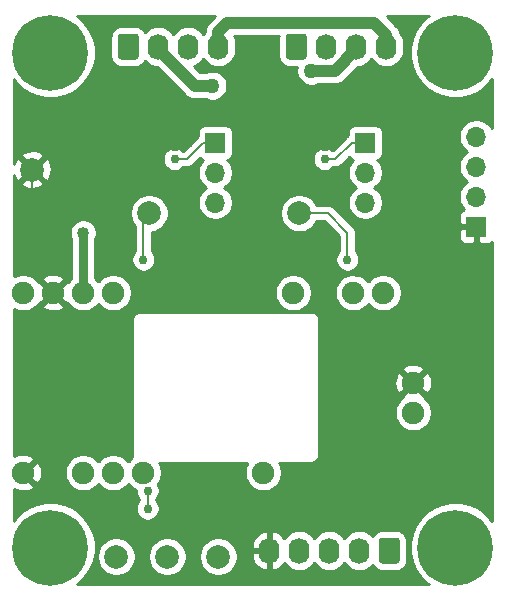
<source format=gbr>
G04 #@! TF.GenerationSoftware,KiCad,Pcbnew,(5.1.6)-1*
G04 #@! TF.CreationDate,2020-07-11T11:36:55-07:00*
G04 #@! TF.ProjectId,stepper_analyzer,73746570-7065-4725-9f61-6e616c797a65,rev?*
G04 #@! TF.SameCoordinates,Original*
G04 #@! TF.FileFunction,Copper,L2,Bot*
G04 #@! TF.FilePolarity,Positive*
%FSLAX46Y46*%
G04 Gerber Fmt 4.6, Leading zero omitted, Abs format (unit mm)*
G04 Created by KiCad (PCBNEW (5.1.6)-1) date 2020-07-11 11:36:55*
%MOMM*%
%LPD*%
G01*
G04 APERTURE LIST*
G04 #@! TA.AperFunction,ComponentPad*
%ADD10O,1.700000X1.700000*%
G04 #@! TD*
G04 #@! TA.AperFunction,ComponentPad*
%ADD11R,1.700000X1.700000*%
G04 #@! TD*
G04 #@! TA.AperFunction,ComponentPad*
%ADD12O,1.740000X2.190000*%
G04 #@! TD*
G04 #@! TA.AperFunction,ComponentPad*
%ADD13C,2.000000*%
G04 #@! TD*
G04 #@! TA.AperFunction,ComponentPad*
%ADD14C,1.905000*%
G04 #@! TD*
G04 #@! TA.AperFunction,ComponentPad*
%ADD15C,6.400000*%
G04 #@! TD*
G04 #@! TA.AperFunction,ComponentPad*
%ADD16O,1.740000X2.200000*%
G04 #@! TD*
G04 #@! TA.AperFunction,ViaPad*
%ADD17C,0.762000*%
G04 #@! TD*
G04 #@! TA.AperFunction,ViaPad*
%ADD18C,1.270000*%
G04 #@! TD*
G04 #@! TA.AperFunction,ViaPad*
%ADD19C,1.016000*%
G04 #@! TD*
G04 #@! TA.AperFunction,Conductor*
%ADD20C,0.152400*%
G04 #@! TD*
G04 #@! TA.AperFunction,Conductor*
%ADD21C,1.016000*%
G04 #@! TD*
G04 #@! TA.AperFunction,Conductor*
%ADD22C,0.762000*%
G04 #@! TD*
G04 #@! TA.AperFunction,Conductor*
%ADD23C,0.254000*%
G04 #@! TD*
G04 APERTURE END LIST*
D10*
X151638000Y-71882000D03*
X151638000Y-74422000D03*
X151638000Y-76962000D03*
D11*
X151638000Y-79502000D03*
D12*
X134112000Y-106934000D03*
X136652000Y-106934000D03*
X139192000Y-106934000D03*
X141732000Y-106934000D03*
G04 #@! TA.AperFunction,ComponentPad*
G36*
G01*
X145142000Y-106088999D02*
X145142000Y-107779001D01*
G75*
G02*
X144892001Y-108029000I-249999J0D01*
G01*
X143651999Y-108029000D01*
G75*
G02*
X143402000Y-107779001I0J249999D01*
G01*
X143402000Y-106088999D01*
G75*
G02*
X143651999Y-105839000I249999J0D01*
G01*
X144892001Y-105839000D01*
G75*
G02*
X145142000Y-106088999I0J-249999D01*
G01*
G37*
G04 #@! TD.AperFunction*
D13*
X125476000Y-107442000D03*
D14*
X133604000Y-100330000D03*
X113284000Y-100330000D03*
X123444000Y-100330000D03*
X120904000Y-100330000D03*
X118364000Y-100330000D03*
X115824000Y-85090000D03*
X118364000Y-85090000D03*
X113284000Y-85090000D03*
X120904000Y-85090000D03*
X136144000Y-85090000D03*
X143764000Y-85090000D03*
X141224000Y-85090000D03*
X146304000Y-95250000D03*
X146304000Y-92710000D03*
D15*
X115570000Y-106680000D03*
X149860000Y-106680000D03*
X149860000Y-64770000D03*
X115570000Y-64770000D03*
D13*
X123952000Y-78359000D03*
D10*
X129540000Y-77470000D03*
X129540000Y-74930000D03*
D11*
X129540000Y-72390000D03*
D13*
X136652000Y-78359000D03*
X114046000Y-74676000D03*
X129794000Y-107442000D03*
X121158000Y-107442000D03*
D16*
X129794000Y-64262000D03*
X127254000Y-64262000D03*
X124714000Y-64262000D03*
G04 #@! TA.AperFunction,ComponentPad*
G36*
G01*
X121304000Y-65112001D02*
X121304000Y-63411999D01*
G75*
G02*
X121553999Y-63162000I249999J0D01*
G01*
X122794001Y-63162000D01*
G75*
G02*
X123044000Y-63411999I0J-249999D01*
G01*
X123044000Y-65112001D01*
G75*
G02*
X122794001Y-65362000I-249999J0D01*
G01*
X121553999Y-65362000D01*
G75*
G02*
X121304000Y-65112001I0J249999D01*
G01*
G37*
G04 #@! TD.AperFunction*
X144018000Y-64262000D03*
X141478000Y-64262000D03*
X138938000Y-64262000D03*
G04 #@! TA.AperFunction,ComponentPad*
G36*
G01*
X135528000Y-65112001D02*
X135528000Y-63411999D01*
G75*
G02*
X135777999Y-63162000I249999J0D01*
G01*
X137018001Y-63162000D01*
G75*
G02*
X137268000Y-63411999I0J-249999D01*
G01*
X137268000Y-65112001D01*
G75*
G02*
X137018001Y-65362000I-249999J0D01*
G01*
X135777999Y-65362000D01*
G75*
G02*
X135528000Y-65112001I0J249999D01*
G01*
G37*
G04 #@! TD.AperFunction*
D10*
X142240000Y-77470000D03*
X142240000Y-74930000D03*
D11*
X142240000Y-72390000D03*
D17*
X128270000Y-102616000D03*
X126111000Y-72771000D03*
X122809000Y-73787000D03*
X135382000Y-73787000D03*
X138811000Y-72771000D03*
X132588000Y-82296000D03*
X119989610Y-102616000D03*
X126111000Y-73787000D03*
X138811000Y-73787000D03*
X123825000Y-101854000D03*
X123825000Y-103378000D03*
D18*
X137668000Y-66294000D03*
X129286000Y-67564020D03*
D19*
X118364000Y-80010000D03*
D17*
X123444000Y-82296000D03*
X140716000Y-82296000D03*
D20*
X114046000Y-83312000D02*
X115824000Y-85090000D01*
X114046000Y-74676000D02*
X114046000Y-83312000D01*
X115824000Y-97790000D02*
X113284000Y-100330000D01*
X128270000Y-102616000D02*
X129794000Y-102616000D01*
X147370812Y-82092812D02*
X149098000Y-83820000D01*
X149098000Y-83820000D02*
X149098000Y-91694000D01*
X149098000Y-91694000D02*
X148082000Y-92710000D01*
X149961624Y-79502000D02*
X147370812Y-82092812D01*
X151638000Y-79502000D02*
X149961624Y-79502000D01*
X113284000Y-100330000D02*
X115570000Y-102616000D01*
X115570000Y-102616000D02*
X119989610Y-102616000D01*
X128270000Y-104013000D02*
X128270000Y-102616000D01*
X127508000Y-104775000D02*
X128270000Y-104013000D01*
X119989610Y-102616000D02*
X122148610Y-104775000D01*
X122148610Y-104775000D02*
X127508000Y-104775000D01*
X114935000Y-73787000D02*
X114046000Y-74676000D01*
X122809000Y-73787000D02*
X114935000Y-73787000D01*
X123825000Y-72771000D02*
X122809000Y-73787000D01*
X126111000Y-72771000D02*
X123825000Y-72771000D01*
X135382000Y-72771000D02*
X135382000Y-73787000D01*
X127614000Y-70866000D02*
X133477000Y-70866000D01*
X133477000Y-70866000D02*
X135382000Y-72771000D01*
X126111000Y-72771000D02*
X127614000Y-71268000D01*
X127614000Y-71268000D02*
X127614000Y-70866000D01*
X132588000Y-76581000D02*
X135382000Y-73787000D01*
X132588000Y-82296000D02*
X132588000Y-76581000D01*
X135382000Y-73787000D02*
X137795000Y-73787000D01*
X133985000Y-83693000D02*
X132588000Y-82296000D01*
X147370812Y-82092812D02*
X143078188Y-82092812D01*
X143078188Y-82092812D02*
X141478000Y-83693000D01*
X127127000Y-73787000D02*
X126111000Y-73787000D01*
X127762000Y-73152000D02*
X127127000Y-73787000D01*
X129540000Y-72390000D02*
X128537600Y-72390000D01*
X127775600Y-73152000D02*
X127762000Y-73152000D01*
X128537600Y-72390000D02*
X127775600Y-73152000D01*
X139700000Y-73787000D02*
X138811000Y-73787000D01*
X142240000Y-72390000D02*
X141097000Y-72390000D01*
X141097000Y-72390000D02*
X139700000Y-73787000D01*
X123825000Y-101854000D02*
X123825000Y-103378000D01*
D21*
X139676000Y-66294000D02*
X137668000Y-66294000D01*
D22*
X141478000Y-64262000D02*
X141478000Y-64492000D01*
D21*
X141478000Y-64492000D02*
X139676000Y-66294000D01*
X127786020Y-67564020D02*
X129286000Y-67564020D01*
D22*
X124714000Y-64262000D02*
X124714000Y-64492000D01*
D21*
X124714000Y-64492000D02*
X127786020Y-67564020D01*
X129794000Y-62992000D02*
X129794000Y-64262000D01*
X130556000Y-62230000D02*
X129794000Y-62992000D01*
X143002000Y-62230000D02*
X130556000Y-62230000D01*
D22*
X144018000Y-64262000D02*
X144018000Y-63246000D01*
D21*
X144018000Y-63246000D02*
X143002000Y-62230000D01*
D22*
X118364000Y-80010000D02*
X118364000Y-82042000D01*
X118364000Y-82042000D02*
X118364000Y-85090000D01*
D20*
X123444000Y-78867000D02*
X123952000Y-78359000D01*
X123444000Y-82296000D02*
X123444000Y-78867000D01*
X136652000Y-78359000D02*
X139065000Y-78359000D01*
X140716000Y-80010000D02*
X140716000Y-82296000D01*
X139065000Y-78359000D02*
X140716000Y-80010000D01*
D23*
G36*
X129025483Y-62144072D02*
G01*
X128981867Y-62179867D01*
X128839032Y-62353912D01*
X128732897Y-62552478D01*
X128667539Y-62767934D01*
X128651000Y-62935855D01*
X128651000Y-62935861D01*
X128645471Y-62992000D01*
X128651000Y-63048139D01*
X128651000Y-63052404D01*
X128536583Y-63191822D01*
X128524000Y-63215363D01*
X128511417Y-63191821D01*
X128323345Y-62962655D01*
X128094178Y-62774583D01*
X127832724Y-62634834D01*
X127549031Y-62548776D01*
X127254000Y-62519718D01*
X126958968Y-62548776D01*
X126675275Y-62634834D01*
X126413821Y-62774583D01*
X126184655Y-62962655D01*
X125996583Y-63191822D01*
X125984000Y-63215363D01*
X125971417Y-63191821D01*
X125783345Y-62962655D01*
X125554178Y-62774583D01*
X125292724Y-62634834D01*
X125009031Y-62548776D01*
X124714000Y-62519718D01*
X124418968Y-62548776D01*
X124135275Y-62634834D01*
X123873821Y-62774583D01*
X123644655Y-62962655D01*
X123590935Y-63028114D01*
X123532405Y-62918613D01*
X123421962Y-62784038D01*
X123287387Y-62673595D01*
X123133851Y-62591528D01*
X122967255Y-62540992D01*
X122794001Y-62523928D01*
X121553999Y-62523928D01*
X121380745Y-62540992D01*
X121214149Y-62591528D01*
X121060613Y-62673595D01*
X120926038Y-62784038D01*
X120815595Y-62918613D01*
X120733528Y-63072149D01*
X120682992Y-63238745D01*
X120665928Y-63411999D01*
X120665928Y-65112001D01*
X120682992Y-65285255D01*
X120733528Y-65451851D01*
X120815595Y-65605387D01*
X120926038Y-65739962D01*
X121060613Y-65850405D01*
X121214149Y-65932472D01*
X121380745Y-65983008D01*
X121553999Y-66000072D01*
X122794001Y-66000072D01*
X122967255Y-65983008D01*
X123133851Y-65932472D01*
X123287387Y-65850405D01*
X123421962Y-65739962D01*
X123532405Y-65605387D01*
X123590934Y-65495886D01*
X123644655Y-65561345D01*
X123873822Y-65749417D01*
X124135276Y-65889166D01*
X124418969Y-65975224D01*
X124598457Y-65992902D01*
X126938101Y-68332548D01*
X126973887Y-68376153D01*
X127017491Y-68411938D01*
X127017497Y-68411944D01*
X127128137Y-68502743D01*
X127147931Y-68518988D01*
X127346497Y-68625123D01*
X127496594Y-68670655D01*
X127561952Y-68690481D01*
X127584620Y-68692714D01*
X127729874Y-68707020D01*
X127729880Y-68707020D01*
X127786019Y-68712549D01*
X127842158Y-68707020D01*
X128726777Y-68707020D01*
X128915555Y-68785215D01*
X129160916Y-68834020D01*
X129411084Y-68834020D01*
X129656445Y-68785215D01*
X129887571Y-68689479D01*
X130095578Y-68550493D01*
X130272473Y-68373598D01*
X130411459Y-68165591D01*
X130507195Y-67934465D01*
X130556000Y-67689104D01*
X130556000Y-67438936D01*
X130507195Y-67193575D01*
X130411459Y-66962449D01*
X130272473Y-66754442D01*
X130095578Y-66577547D01*
X129887571Y-66438561D01*
X129656445Y-66342825D01*
X129411084Y-66294020D01*
X129160916Y-66294020D01*
X128915555Y-66342825D01*
X128726777Y-66421020D01*
X128259467Y-66421020D01*
X127752077Y-65913631D01*
X127832725Y-65889166D01*
X128094179Y-65749417D01*
X128323345Y-65561345D01*
X128511417Y-65332179D01*
X128524000Y-65308638D01*
X128536583Y-65332179D01*
X128724655Y-65561345D01*
X128953822Y-65749417D01*
X129215276Y-65889166D01*
X129498969Y-65975224D01*
X129794000Y-66004282D01*
X130089032Y-65975224D01*
X130372725Y-65889166D01*
X130634179Y-65749417D01*
X130863345Y-65561345D01*
X131051417Y-65332179D01*
X131191166Y-65070724D01*
X131277224Y-64787031D01*
X131299000Y-64565935D01*
X131299000Y-63958064D01*
X131277224Y-63736968D01*
X131191166Y-63453275D01*
X131148258Y-63373000D01*
X134893769Y-63373000D01*
X134889928Y-63411999D01*
X134889928Y-65112001D01*
X134906992Y-65285255D01*
X134957528Y-65451851D01*
X135039595Y-65605387D01*
X135150038Y-65739962D01*
X135284613Y-65850405D01*
X135438149Y-65932472D01*
X135604745Y-65983008D01*
X135777999Y-66000072D01*
X136431585Y-66000072D01*
X136398000Y-66168916D01*
X136398000Y-66419084D01*
X136446805Y-66664445D01*
X136542541Y-66895571D01*
X136681527Y-67103578D01*
X136858422Y-67280473D01*
X137066429Y-67419459D01*
X137297555Y-67515195D01*
X137542916Y-67564000D01*
X137793084Y-67564000D01*
X138038445Y-67515195D01*
X138227223Y-67437000D01*
X139619861Y-67437000D01*
X139676000Y-67442529D01*
X139732139Y-67437000D01*
X139732146Y-67437000D01*
X139900067Y-67420461D01*
X140115523Y-67355103D01*
X140314089Y-67248968D01*
X140488133Y-67106133D01*
X140523927Y-67062518D01*
X141593544Y-65992902D01*
X141773032Y-65975224D01*
X142056725Y-65889166D01*
X142318179Y-65749417D01*
X142547345Y-65561345D01*
X142735417Y-65332179D01*
X142748000Y-65308638D01*
X142760583Y-65332179D01*
X142948655Y-65561345D01*
X143177822Y-65749417D01*
X143439276Y-65889166D01*
X143722969Y-65975224D01*
X144018000Y-66004282D01*
X144313032Y-65975224D01*
X144596725Y-65889166D01*
X144858179Y-65749417D01*
X145087345Y-65561345D01*
X145275417Y-65332179D01*
X145415166Y-65070724D01*
X145501224Y-64787031D01*
X145523000Y-64565935D01*
X145523000Y-63958064D01*
X145501224Y-63736968D01*
X145415166Y-63453275D01*
X145275417Y-63191821D01*
X145145616Y-63033658D01*
X145144461Y-63021932D01*
X145079102Y-62806476D01*
X144972967Y-62607911D01*
X144865924Y-62477478D01*
X144058445Y-61670000D01*
X147596660Y-61670000D01*
X147415330Y-61791161D01*
X146881161Y-62325330D01*
X146461467Y-62953446D01*
X146172377Y-63651372D01*
X146025000Y-64392285D01*
X146025000Y-65147715D01*
X146172377Y-65888628D01*
X146461467Y-66586554D01*
X146881161Y-67214670D01*
X147415330Y-67748839D01*
X148043446Y-68168533D01*
X148741372Y-68457623D01*
X149482285Y-68605000D01*
X150237715Y-68605000D01*
X150978628Y-68457623D01*
X151676554Y-68168533D01*
X152304670Y-67748839D01*
X152838839Y-67214670D01*
X152960000Y-67033340D01*
X152960000Y-71193099D01*
X152953990Y-71178589D01*
X152791475Y-70935368D01*
X152584632Y-70728525D01*
X152341411Y-70566010D01*
X152071158Y-70454068D01*
X151784260Y-70397000D01*
X151491740Y-70397000D01*
X151204842Y-70454068D01*
X150934589Y-70566010D01*
X150691368Y-70728525D01*
X150484525Y-70935368D01*
X150322010Y-71178589D01*
X150210068Y-71448842D01*
X150153000Y-71735740D01*
X150153000Y-72028260D01*
X150210068Y-72315158D01*
X150322010Y-72585411D01*
X150484525Y-72828632D01*
X150691368Y-73035475D01*
X150865760Y-73152000D01*
X150691368Y-73268525D01*
X150484525Y-73475368D01*
X150322010Y-73718589D01*
X150210068Y-73988842D01*
X150153000Y-74275740D01*
X150153000Y-74568260D01*
X150210068Y-74855158D01*
X150322010Y-75125411D01*
X150484525Y-75368632D01*
X150691368Y-75575475D01*
X150865760Y-75692000D01*
X150691368Y-75808525D01*
X150484525Y-76015368D01*
X150322010Y-76258589D01*
X150210068Y-76528842D01*
X150153000Y-76815740D01*
X150153000Y-77108260D01*
X150210068Y-77395158D01*
X150322010Y-77665411D01*
X150484525Y-77908632D01*
X150616380Y-78040487D01*
X150543820Y-78062498D01*
X150433506Y-78121463D01*
X150336815Y-78200815D01*
X150257463Y-78297506D01*
X150198498Y-78407820D01*
X150162188Y-78527518D01*
X150149928Y-78652000D01*
X150153000Y-79216250D01*
X150311750Y-79375000D01*
X151511000Y-79375000D01*
X151511000Y-79355000D01*
X151765000Y-79355000D01*
X151765000Y-79375000D01*
X151785000Y-79375000D01*
X151785000Y-79629000D01*
X151765000Y-79629000D01*
X151765000Y-80828250D01*
X151923750Y-80987000D01*
X152488000Y-80990072D01*
X152612482Y-80977812D01*
X152732180Y-80941502D01*
X152842494Y-80882537D01*
X152939185Y-80803185D01*
X152960000Y-80777821D01*
X152960001Y-104416662D01*
X152838839Y-104235330D01*
X152304670Y-103701161D01*
X151676554Y-103281467D01*
X150978628Y-102992377D01*
X150237715Y-102845000D01*
X149482285Y-102845000D01*
X148741372Y-102992377D01*
X148043446Y-103281467D01*
X147415330Y-103701161D01*
X146881161Y-104235330D01*
X146461467Y-104863446D01*
X146172377Y-105561372D01*
X146025000Y-106302285D01*
X146025000Y-107057715D01*
X146172377Y-107798628D01*
X146461467Y-108496554D01*
X146881161Y-109124670D01*
X147415330Y-109658839D01*
X147596660Y-109780000D01*
X117833340Y-109780000D01*
X118014670Y-109658839D01*
X118548839Y-109124670D01*
X118968533Y-108496554D01*
X119257623Y-107798628D01*
X119360592Y-107280967D01*
X119523000Y-107280967D01*
X119523000Y-107603033D01*
X119585832Y-107918912D01*
X119709082Y-108216463D01*
X119888013Y-108484252D01*
X120115748Y-108711987D01*
X120383537Y-108890918D01*
X120681088Y-109014168D01*
X120996967Y-109077000D01*
X121319033Y-109077000D01*
X121634912Y-109014168D01*
X121932463Y-108890918D01*
X122200252Y-108711987D01*
X122427987Y-108484252D01*
X122606918Y-108216463D01*
X122730168Y-107918912D01*
X122793000Y-107603033D01*
X122793000Y-107280967D01*
X123841000Y-107280967D01*
X123841000Y-107603033D01*
X123903832Y-107918912D01*
X124027082Y-108216463D01*
X124206013Y-108484252D01*
X124433748Y-108711987D01*
X124701537Y-108890918D01*
X124999088Y-109014168D01*
X125314967Y-109077000D01*
X125637033Y-109077000D01*
X125952912Y-109014168D01*
X126250463Y-108890918D01*
X126518252Y-108711987D01*
X126745987Y-108484252D01*
X126924918Y-108216463D01*
X127048168Y-107918912D01*
X127111000Y-107603033D01*
X127111000Y-107280967D01*
X128159000Y-107280967D01*
X128159000Y-107603033D01*
X128221832Y-107918912D01*
X128345082Y-108216463D01*
X128524013Y-108484252D01*
X128751748Y-108711987D01*
X129019537Y-108890918D01*
X129317088Y-109014168D01*
X129632967Y-109077000D01*
X129955033Y-109077000D01*
X130270912Y-109014168D01*
X130568463Y-108890918D01*
X130836252Y-108711987D01*
X131063987Y-108484252D01*
X131242918Y-108216463D01*
X131366168Y-107918912D01*
X131429000Y-107603033D01*
X131429000Y-107298286D01*
X132606123Y-107298286D01*
X132662231Y-107589392D01*
X132774053Y-107863958D01*
X132937292Y-108111433D01*
X133145674Y-108322306D01*
X133391191Y-108488474D01*
X133664409Y-108603551D01*
X133751969Y-108620302D01*
X133985000Y-108499246D01*
X133985000Y-107061000D01*
X132761624Y-107061000D01*
X132606123Y-107298286D01*
X131429000Y-107298286D01*
X131429000Y-107280967D01*
X131366168Y-106965088D01*
X131242918Y-106667537D01*
X131177555Y-106569714D01*
X132606123Y-106569714D01*
X132761624Y-106807000D01*
X133985000Y-106807000D01*
X133985000Y-105368754D01*
X134239000Y-105368754D01*
X134239000Y-106807000D01*
X134259000Y-106807000D01*
X134259000Y-107061000D01*
X134239000Y-107061000D01*
X134239000Y-108499246D01*
X134472031Y-108620302D01*
X134559591Y-108603551D01*
X134832809Y-108488474D01*
X135078326Y-108322306D01*
X135286708Y-108111433D01*
X135379440Y-107970848D01*
X135394583Y-107999178D01*
X135582655Y-108228345D01*
X135811821Y-108416417D01*
X136073275Y-108556166D01*
X136356968Y-108642224D01*
X136652000Y-108671282D01*
X136947031Y-108642224D01*
X137230724Y-108556166D01*
X137492178Y-108416417D01*
X137721345Y-108228345D01*
X137909417Y-107999179D01*
X137922000Y-107975637D01*
X137934583Y-107999178D01*
X138122655Y-108228345D01*
X138351821Y-108416417D01*
X138613275Y-108556166D01*
X138896968Y-108642224D01*
X139192000Y-108671282D01*
X139487031Y-108642224D01*
X139770724Y-108556166D01*
X140032178Y-108416417D01*
X140261345Y-108228345D01*
X140449417Y-107999179D01*
X140462000Y-107975637D01*
X140474583Y-107999178D01*
X140662655Y-108228345D01*
X140891821Y-108416417D01*
X141153275Y-108556166D01*
X141436968Y-108642224D01*
X141732000Y-108671282D01*
X142027031Y-108642224D01*
X142310724Y-108556166D01*
X142572178Y-108416417D01*
X142801345Y-108228345D01*
X142855066Y-108162886D01*
X142913595Y-108272387D01*
X143024038Y-108406962D01*
X143158613Y-108517405D01*
X143312149Y-108599472D01*
X143478745Y-108650008D01*
X143651999Y-108667072D01*
X144892001Y-108667072D01*
X145065255Y-108650008D01*
X145231851Y-108599472D01*
X145385387Y-108517405D01*
X145519962Y-108406962D01*
X145630405Y-108272387D01*
X145712472Y-108118851D01*
X145763008Y-107952255D01*
X145780072Y-107779001D01*
X145780072Y-106088999D01*
X145763008Y-105915745D01*
X145712472Y-105749149D01*
X145630405Y-105595613D01*
X145519962Y-105461038D01*
X145385387Y-105350595D01*
X145231851Y-105268528D01*
X145065255Y-105217992D01*
X144892001Y-105200928D01*
X143651999Y-105200928D01*
X143478745Y-105217992D01*
X143312149Y-105268528D01*
X143158613Y-105350595D01*
X143024038Y-105461038D01*
X142913595Y-105595613D01*
X142855066Y-105705114D01*
X142801345Y-105639655D01*
X142572179Y-105451583D01*
X142310725Y-105311834D01*
X142027032Y-105225776D01*
X141732000Y-105196718D01*
X141436969Y-105225776D01*
X141153276Y-105311834D01*
X140891822Y-105451583D01*
X140662655Y-105639655D01*
X140474583Y-105868821D01*
X140462000Y-105892362D01*
X140449417Y-105868821D01*
X140261345Y-105639655D01*
X140032179Y-105451583D01*
X139770725Y-105311834D01*
X139487032Y-105225776D01*
X139192000Y-105196718D01*
X138896969Y-105225776D01*
X138613276Y-105311834D01*
X138351822Y-105451583D01*
X138122655Y-105639655D01*
X137934583Y-105868821D01*
X137922000Y-105892362D01*
X137909417Y-105868821D01*
X137721345Y-105639655D01*
X137492179Y-105451583D01*
X137230725Y-105311834D01*
X136947032Y-105225776D01*
X136652000Y-105196718D01*
X136356969Y-105225776D01*
X136073276Y-105311834D01*
X135811822Y-105451583D01*
X135582655Y-105639655D01*
X135394583Y-105868821D01*
X135379440Y-105897152D01*
X135286708Y-105756567D01*
X135078326Y-105545694D01*
X134832809Y-105379526D01*
X134559591Y-105264449D01*
X134472031Y-105247698D01*
X134239000Y-105368754D01*
X133985000Y-105368754D01*
X133751969Y-105247698D01*
X133664409Y-105264449D01*
X133391191Y-105379526D01*
X133145674Y-105545694D01*
X132937292Y-105756567D01*
X132774053Y-106004042D01*
X132662231Y-106278608D01*
X132606123Y-106569714D01*
X131177555Y-106569714D01*
X131063987Y-106399748D01*
X130836252Y-106172013D01*
X130568463Y-105993082D01*
X130270912Y-105869832D01*
X129955033Y-105807000D01*
X129632967Y-105807000D01*
X129317088Y-105869832D01*
X129019537Y-105993082D01*
X128751748Y-106172013D01*
X128524013Y-106399748D01*
X128345082Y-106667537D01*
X128221832Y-106965088D01*
X128159000Y-107280967D01*
X127111000Y-107280967D01*
X127048168Y-106965088D01*
X126924918Y-106667537D01*
X126745987Y-106399748D01*
X126518252Y-106172013D01*
X126250463Y-105993082D01*
X125952912Y-105869832D01*
X125637033Y-105807000D01*
X125314967Y-105807000D01*
X124999088Y-105869832D01*
X124701537Y-105993082D01*
X124433748Y-106172013D01*
X124206013Y-106399748D01*
X124027082Y-106667537D01*
X123903832Y-106965088D01*
X123841000Y-107280967D01*
X122793000Y-107280967D01*
X122730168Y-106965088D01*
X122606918Y-106667537D01*
X122427987Y-106399748D01*
X122200252Y-106172013D01*
X121932463Y-105993082D01*
X121634912Y-105869832D01*
X121319033Y-105807000D01*
X120996967Y-105807000D01*
X120681088Y-105869832D01*
X120383537Y-105993082D01*
X120115748Y-106172013D01*
X119888013Y-106399748D01*
X119709082Y-106667537D01*
X119585832Y-106965088D01*
X119523000Y-107280967D01*
X119360592Y-107280967D01*
X119405000Y-107057715D01*
X119405000Y-106302285D01*
X119257623Y-105561372D01*
X118968533Y-104863446D01*
X118548839Y-104235330D01*
X118014670Y-103701161D01*
X117386554Y-103281467D01*
X116688628Y-102992377D01*
X115947715Y-102845000D01*
X115192285Y-102845000D01*
X114451372Y-102992377D01*
X113753446Y-103281467D01*
X113125330Y-103701161D01*
X112591161Y-104235330D01*
X112470000Y-104416660D01*
X112470000Y-101699738D01*
X112733616Y-101827224D01*
X113036286Y-101905829D01*
X113348474Y-101923877D01*
X113658185Y-101880672D01*
X113953516Y-101777877D01*
X114115902Y-101691081D01*
X114205930Y-101431535D01*
X113284000Y-100509605D01*
X113269858Y-100523748D01*
X113090253Y-100344143D01*
X113104395Y-100330000D01*
X113463605Y-100330000D01*
X114385535Y-101251930D01*
X114645081Y-101161902D01*
X114781224Y-100880384D01*
X114859829Y-100577714D01*
X114877877Y-100265526D01*
X114865060Y-100173645D01*
X116776500Y-100173645D01*
X116776500Y-100486355D01*
X116837507Y-100793057D01*
X116957176Y-101081963D01*
X117130908Y-101341972D01*
X117352028Y-101563092D01*
X117612037Y-101736824D01*
X117900943Y-101856493D01*
X118207645Y-101917500D01*
X118520355Y-101917500D01*
X118827057Y-101856493D01*
X119115963Y-101736824D01*
X119375972Y-101563092D01*
X119597092Y-101341972D01*
X119634000Y-101286735D01*
X119670908Y-101341972D01*
X119892028Y-101563092D01*
X120152037Y-101736824D01*
X120440943Y-101856493D01*
X120747645Y-101917500D01*
X121060355Y-101917500D01*
X121367057Y-101856493D01*
X121655963Y-101736824D01*
X121915972Y-101563092D01*
X122137092Y-101341972D01*
X122174000Y-101286735D01*
X122210908Y-101341972D01*
X122432028Y-101563092D01*
X122692037Y-101736824D01*
X122809000Y-101785272D01*
X122809000Y-101954067D01*
X122848044Y-102150356D01*
X122924632Y-102335256D01*
X123035821Y-102501662D01*
X123113800Y-102579641D01*
X123113801Y-102652358D01*
X123035821Y-102730338D01*
X122924632Y-102896744D01*
X122848044Y-103081644D01*
X122809000Y-103277933D01*
X122809000Y-103478067D01*
X122848044Y-103674356D01*
X122924632Y-103859256D01*
X123035821Y-104025662D01*
X123177338Y-104167179D01*
X123343744Y-104278368D01*
X123528644Y-104354956D01*
X123724933Y-104394000D01*
X123925067Y-104394000D01*
X124121356Y-104354956D01*
X124306256Y-104278368D01*
X124472662Y-104167179D01*
X124614179Y-104025662D01*
X124725368Y-103859256D01*
X124801956Y-103674356D01*
X124841000Y-103478067D01*
X124841000Y-103277933D01*
X124801956Y-103081644D01*
X124725368Y-102896744D01*
X124614179Y-102730338D01*
X124536200Y-102652359D01*
X124536200Y-102579641D01*
X124614179Y-102501662D01*
X124725368Y-102335256D01*
X124801956Y-102150356D01*
X124841000Y-101954067D01*
X124841000Y-101753933D01*
X124801956Y-101557644D01*
X124725368Y-101372744D01*
X124690949Y-101321233D01*
X124850824Y-101081963D01*
X124970493Y-100793057D01*
X125031500Y-100486355D01*
X125031500Y-100173645D01*
X124970493Y-99866943D01*
X124850824Y-99578037D01*
X124792668Y-99491000D01*
X132255332Y-99491000D01*
X132197176Y-99578037D01*
X132077507Y-99866943D01*
X132016500Y-100173645D01*
X132016500Y-100486355D01*
X132077507Y-100793057D01*
X132197176Y-101081963D01*
X132370908Y-101341972D01*
X132592028Y-101563092D01*
X132852037Y-101736824D01*
X133140943Y-101856493D01*
X133447645Y-101917500D01*
X133760355Y-101917500D01*
X134067057Y-101856493D01*
X134355963Y-101736824D01*
X134615972Y-101563092D01*
X134837092Y-101341972D01*
X135010824Y-101081963D01*
X135130493Y-100793057D01*
X135191500Y-100486355D01*
X135191500Y-100173645D01*
X135130493Y-99866943D01*
X135010824Y-99578037D01*
X134952668Y-99491000D01*
X137634353Y-99491000D01*
X137668000Y-99494314D01*
X137802283Y-99481088D01*
X137931406Y-99441919D01*
X138050407Y-99378312D01*
X138154711Y-99292711D01*
X138240312Y-99188407D01*
X138303919Y-99069406D01*
X138343088Y-98940283D01*
X138353000Y-98839647D01*
X138353000Y-98839646D01*
X138356314Y-98806000D01*
X138353000Y-98772353D01*
X138353000Y-95093645D01*
X144716500Y-95093645D01*
X144716500Y-95406355D01*
X144777507Y-95713057D01*
X144897176Y-96001963D01*
X145070908Y-96261972D01*
X145292028Y-96483092D01*
X145552037Y-96656824D01*
X145840943Y-96776493D01*
X146147645Y-96837500D01*
X146460355Y-96837500D01*
X146767057Y-96776493D01*
X147055963Y-96656824D01*
X147315972Y-96483092D01*
X147537092Y-96261972D01*
X147710824Y-96001963D01*
X147830493Y-95713057D01*
X147891500Y-95406355D01*
X147891500Y-95093645D01*
X147830493Y-94786943D01*
X147710824Y-94498037D01*
X147537092Y-94238028D01*
X147315972Y-94016908D01*
X147185039Y-93929422D01*
X147225930Y-93811535D01*
X146304000Y-92889605D01*
X145382070Y-93811535D01*
X145422961Y-93929422D01*
X145292028Y-94016908D01*
X145070908Y-94238028D01*
X144897176Y-94498037D01*
X144777507Y-94786943D01*
X144716500Y-95093645D01*
X138353000Y-95093645D01*
X138353000Y-92774474D01*
X144710123Y-92774474D01*
X144753328Y-93084185D01*
X144856123Y-93379516D01*
X144942919Y-93541902D01*
X145202465Y-93631930D01*
X146124395Y-92710000D01*
X146483605Y-92710000D01*
X147405535Y-93631930D01*
X147665081Y-93541902D01*
X147801224Y-93260384D01*
X147879829Y-92957714D01*
X147897877Y-92645526D01*
X147854672Y-92335815D01*
X147751877Y-92040484D01*
X147665081Y-91878098D01*
X147405535Y-91788070D01*
X146483605Y-92710000D01*
X146124395Y-92710000D01*
X145202465Y-91788070D01*
X144942919Y-91878098D01*
X144806776Y-92159616D01*
X144728171Y-92462286D01*
X144710123Y-92774474D01*
X138353000Y-92774474D01*
X138353000Y-91608465D01*
X145382070Y-91608465D01*
X146304000Y-92530395D01*
X147225930Y-91608465D01*
X147135902Y-91348919D01*
X146854384Y-91212776D01*
X146551714Y-91134171D01*
X146239526Y-91116123D01*
X145929815Y-91159328D01*
X145634484Y-91262123D01*
X145472098Y-91348919D01*
X145382070Y-91608465D01*
X138353000Y-91608465D01*
X138353000Y-87409647D01*
X138356314Y-87376000D01*
X138343088Y-87241717D01*
X138303919Y-87112594D01*
X138240312Y-86993593D01*
X138154711Y-86889289D01*
X138050407Y-86803688D01*
X137931406Y-86740081D01*
X137802283Y-86700912D01*
X137701647Y-86691000D01*
X137668000Y-86687686D01*
X137634353Y-86691000D01*
X123207647Y-86691000D01*
X123174000Y-86687686D01*
X123140353Y-86691000D01*
X123039717Y-86700912D01*
X122910594Y-86740081D01*
X122791593Y-86803688D01*
X122687289Y-86889289D01*
X122601688Y-86993593D01*
X122538081Y-87112594D01*
X122498912Y-87241717D01*
X122485686Y-87376000D01*
X122489001Y-87409657D01*
X122489000Y-98772353D01*
X122485686Y-98806000D01*
X122498912Y-98940283D01*
X122527145Y-99033353D01*
X122432028Y-99096908D01*
X122210908Y-99318028D01*
X122174000Y-99373265D01*
X122137092Y-99318028D01*
X121915972Y-99096908D01*
X121655963Y-98923176D01*
X121367057Y-98803507D01*
X121060355Y-98742500D01*
X120747645Y-98742500D01*
X120440943Y-98803507D01*
X120152037Y-98923176D01*
X119892028Y-99096908D01*
X119670908Y-99318028D01*
X119634000Y-99373265D01*
X119597092Y-99318028D01*
X119375972Y-99096908D01*
X119115963Y-98923176D01*
X118827057Y-98803507D01*
X118520355Y-98742500D01*
X118207645Y-98742500D01*
X117900943Y-98803507D01*
X117612037Y-98923176D01*
X117352028Y-99096908D01*
X117130908Y-99318028D01*
X116957176Y-99578037D01*
X116837507Y-99866943D01*
X116776500Y-100173645D01*
X114865060Y-100173645D01*
X114834672Y-99955815D01*
X114731877Y-99660484D01*
X114645081Y-99498098D01*
X114385535Y-99408070D01*
X113463605Y-100330000D01*
X113104395Y-100330000D01*
X113090253Y-100315858D01*
X113269858Y-100136253D01*
X113284000Y-100150395D01*
X114205930Y-99228465D01*
X114115902Y-98968919D01*
X113834384Y-98832776D01*
X113531714Y-98754171D01*
X113219526Y-98736123D01*
X112909815Y-98779328D01*
X112614484Y-98882123D01*
X112470000Y-98959350D01*
X112470000Y-86455372D01*
X112532037Y-86496824D01*
X112820943Y-86616493D01*
X113127645Y-86677500D01*
X113440355Y-86677500D01*
X113747057Y-86616493D01*
X114035963Y-86496824D01*
X114295972Y-86323092D01*
X114427529Y-86191535D01*
X114902070Y-86191535D01*
X114992098Y-86451081D01*
X115273616Y-86587224D01*
X115576286Y-86665829D01*
X115888474Y-86683877D01*
X116198185Y-86640672D01*
X116493516Y-86537877D01*
X116655902Y-86451081D01*
X116745930Y-86191535D01*
X115824000Y-85269605D01*
X114902070Y-86191535D01*
X114427529Y-86191535D01*
X114517092Y-86101972D01*
X114604578Y-85971039D01*
X114722465Y-86011930D01*
X115644395Y-85090000D01*
X116003605Y-85090000D01*
X116925535Y-86011930D01*
X117043422Y-85971039D01*
X117130908Y-86101972D01*
X117352028Y-86323092D01*
X117612037Y-86496824D01*
X117900943Y-86616493D01*
X118207645Y-86677500D01*
X118520355Y-86677500D01*
X118827057Y-86616493D01*
X119115963Y-86496824D01*
X119375972Y-86323092D01*
X119597092Y-86101972D01*
X119634000Y-86046735D01*
X119670908Y-86101972D01*
X119892028Y-86323092D01*
X120152037Y-86496824D01*
X120440943Y-86616493D01*
X120747645Y-86677500D01*
X121060355Y-86677500D01*
X121367057Y-86616493D01*
X121655963Y-86496824D01*
X121915972Y-86323092D01*
X122137092Y-86101972D01*
X122310824Y-85841963D01*
X122430493Y-85553057D01*
X122491500Y-85246355D01*
X122491500Y-84933645D01*
X134556500Y-84933645D01*
X134556500Y-85246355D01*
X134617507Y-85553057D01*
X134737176Y-85841963D01*
X134910908Y-86101972D01*
X135132028Y-86323092D01*
X135392037Y-86496824D01*
X135680943Y-86616493D01*
X135987645Y-86677500D01*
X136300355Y-86677500D01*
X136607057Y-86616493D01*
X136895963Y-86496824D01*
X137155972Y-86323092D01*
X137377092Y-86101972D01*
X137550824Y-85841963D01*
X137670493Y-85553057D01*
X137731500Y-85246355D01*
X137731500Y-84933645D01*
X139636500Y-84933645D01*
X139636500Y-85246355D01*
X139697507Y-85553057D01*
X139817176Y-85841963D01*
X139990908Y-86101972D01*
X140212028Y-86323092D01*
X140472037Y-86496824D01*
X140760943Y-86616493D01*
X141067645Y-86677500D01*
X141380355Y-86677500D01*
X141687057Y-86616493D01*
X141975963Y-86496824D01*
X142235972Y-86323092D01*
X142457092Y-86101972D01*
X142494000Y-86046735D01*
X142530908Y-86101972D01*
X142752028Y-86323092D01*
X143012037Y-86496824D01*
X143300943Y-86616493D01*
X143607645Y-86677500D01*
X143920355Y-86677500D01*
X144227057Y-86616493D01*
X144515963Y-86496824D01*
X144775972Y-86323092D01*
X144997092Y-86101972D01*
X145170824Y-85841963D01*
X145290493Y-85553057D01*
X145351500Y-85246355D01*
X145351500Y-84933645D01*
X145290493Y-84626943D01*
X145170824Y-84338037D01*
X144997092Y-84078028D01*
X144775972Y-83856908D01*
X144515963Y-83683176D01*
X144227057Y-83563507D01*
X143920355Y-83502500D01*
X143607645Y-83502500D01*
X143300943Y-83563507D01*
X143012037Y-83683176D01*
X142752028Y-83856908D01*
X142530908Y-84078028D01*
X142494000Y-84133265D01*
X142457092Y-84078028D01*
X142235972Y-83856908D01*
X141975963Y-83683176D01*
X141687057Y-83563507D01*
X141380355Y-83502500D01*
X141067645Y-83502500D01*
X140760943Y-83563507D01*
X140472037Y-83683176D01*
X140212028Y-83856908D01*
X139990908Y-84078028D01*
X139817176Y-84338037D01*
X139697507Y-84626943D01*
X139636500Y-84933645D01*
X137731500Y-84933645D01*
X137670493Y-84626943D01*
X137550824Y-84338037D01*
X137377092Y-84078028D01*
X137155972Y-83856908D01*
X136895963Y-83683176D01*
X136607057Y-83563507D01*
X136300355Y-83502500D01*
X135987645Y-83502500D01*
X135680943Y-83563507D01*
X135392037Y-83683176D01*
X135132028Y-83856908D01*
X134910908Y-84078028D01*
X134737176Y-84338037D01*
X134617507Y-84626943D01*
X134556500Y-84933645D01*
X122491500Y-84933645D01*
X122430493Y-84626943D01*
X122310824Y-84338037D01*
X122137092Y-84078028D01*
X121915972Y-83856908D01*
X121655963Y-83683176D01*
X121367057Y-83563507D01*
X121060355Y-83502500D01*
X120747645Y-83502500D01*
X120440943Y-83563507D01*
X120152037Y-83683176D01*
X119892028Y-83856908D01*
X119670908Y-84078028D01*
X119634000Y-84133265D01*
X119597092Y-84078028D01*
X119380000Y-83860936D01*
X119380000Y-80543960D01*
X119463075Y-80343401D01*
X119507000Y-80122576D01*
X119507000Y-79897424D01*
X119463075Y-79676599D01*
X119376913Y-79468587D01*
X119251826Y-79281380D01*
X119092620Y-79122174D01*
X118905413Y-78997087D01*
X118697401Y-78910925D01*
X118476576Y-78867000D01*
X118251424Y-78867000D01*
X118030599Y-78910925D01*
X117822587Y-78997087D01*
X117635380Y-79122174D01*
X117476174Y-79281380D01*
X117351087Y-79468587D01*
X117264925Y-79676599D01*
X117221000Y-79897424D01*
X117221000Y-80122576D01*
X117264925Y-80343401D01*
X117348000Y-80543961D01*
X117348001Y-81992089D01*
X117348000Y-81992099D01*
X117348001Y-83860935D01*
X117130908Y-84078028D01*
X117043422Y-84208961D01*
X116925535Y-84168070D01*
X116003605Y-85090000D01*
X115644395Y-85090000D01*
X114722465Y-84168070D01*
X114604578Y-84208961D01*
X114517092Y-84078028D01*
X114427529Y-83988465D01*
X114902070Y-83988465D01*
X115824000Y-84910395D01*
X116745930Y-83988465D01*
X116655902Y-83728919D01*
X116374384Y-83592776D01*
X116071714Y-83514171D01*
X115759526Y-83496123D01*
X115449815Y-83539328D01*
X115154484Y-83642123D01*
X114992098Y-83728919D01*
X114902070Y-83988465D01*
X114427529Y-83988465D01*
X114295972Y-83856908D01*
X114035963Y-83683176D01*
X113747057Y-83563507D01*
X113440355Y-83502500D01*
X113127645Y-83502500D01*
X112820943Y-83563507D01*
X112532037Y-83683176D01*
X112470000Y-83724628D01*
X112470000Y-78197967D01*
X122317000Y-78197967D01*
X122317000Y-78520033D01*
X122379832Y-78835912D01*
X122503082Y-79133463D01*
X122682013Y-79401252D01*
X122732801Y-79452040D01*
X122732800Y-81570359D01*
X122654821Y-81648338D01*
X122543632Y-81814744D01*
X122467044Y-81999644D01*
X122428000Y-82195933D01*
X122428000Y-82396067D01*
X122467044Y-82592356D01*
X122543632Y-82777256D01*
X122654821Y-82943662D01*
X122796338Y-83085179D01*
X122962744Y-83196368D01*
X123147644Y-83272956D01*
X123343933Y-83312000D01*
X123544067Y-83312000D01*
X123740356Y-83272956D01*
X123925256Y-83196368D01*
X124091662Y-83085179D01*
X124233179Y-82943662D01*
X124344368Y-82777256D01*
X124420956Y-82592356D01*
X124460000Y-82396067D01*
X124460000Y-82195933D01*
X124420956Y-81999644D01*
X124344368Y-81814744D01*
X124233179Y-81648338D01*
X124155200Y-81570359D01*
X124155200Y-79985612D01*
X124428912Y-79931168D01*
X124726463Y-79807918D01*
X124994252Y-79628987D01*
X125221987Y-79401252D01*
X125400918Y-79133463D01*
X125524168Y-78835912D01*
X125587000Y-78520033D01*
X125587000Y-78197967D01*
X125524168Y-77882088D01*
X125400918Y-77584537D01*
X125221987Y-77316748D01*
X124994252Y-77089013D01*
X124726463Y-76910082D01*
X124428912Y-76786832D01*
X124113033Y-76724000D01*
X123790967Y-76724000D01*
X123475088Y-76786832D01*
X123177537Y-76910082D01*
X122909748Y-77089013D01*
X122682013Y-77316748D01*
X122503082Y-77584537D01*
X122379832Y-77882088D01*
X122317000Y-78197967D01*
X112470000Y-78197967D01*
X112470000Y-75811413D01*
X113090192Y-75811413D01*
X113185956Y-76075814D01*
X113475571Y-76216704D01*
X113787108Y-76298384D01*
X114108595Y-76317718D01*
X114427675Y-76273961D01*
X114732088Y-76168795D01*
X114906044Y-76075814D01*
X115001808Y-75811413D01*
X114046000Y-74855605D01*
X113090192Y-75811413D01*
X112470000Y-75811413D01*
X112470000Y-75121243D01*
X112553205Y-75362088D01*
X112646186Y-75536044D01*
X112910587Y-75631808D01*
X113866395Y-74676000D01*
X114225605Y-74676000D01*
X115181413Y-75631808D01*
X115445814Y-75536044D01*
X115586704Y-75246429D01*
X115668384Y-74934892D01*
X115687718Y-74613405D01*
X115643961Y-74294325D01*
X115538795Y-73989912D01*
X115445814Y-73815956D01*
X115181413Y-73720192D01*
X114225605Y-74676000D01*
X113866395Y-74676000D01*
X112910587Y-73720192D01*
X112646186Y-73815956D01*
X112505296Y-74105571D01*
X112470000Y-74240194D01*
X112470000Y-73540587D01*
X113090192Y-73540587D01*
X114046000Y-74496395D01*
X114855462Y-73686933D01*
X125095000Y-73686933D01*
X125095000Y-73887067D01*
X125134044Y-74083356D01*
X125210632Y-74268256D01*
X125321821Y-74434662D01*
X125463338Y-74576179D01*
X125629744Y-74687368D01*
X125814644Y-74763956D01*
X126010933Y-74803000D01*
X126211067Y-74803000D01*
X126407356Y-74763956D01*
X126592256Y-74687368D01*
X126758662Y-74576179D01*
X126836641Y-74498200D01*
X127092074Y-74498200D01*
X127127000Y-74501640D01*
X127161926Y-74498200D01*
X127161936Y-74498200D01*
X127266420Y-74487909D01*
X127400481Y-74447242D01*
X127524033Y-74381202D01*
X127632327Y-74292327D01*
X127654601Y-74265186D01*
X128177951Y-73741837D01*
X128239243Y-73691536D01*
X128335506Y-73770537D01*
X128445820Y-73829502D01*
X128518380Y-73851513D01*
X128386525Y-73983368D01*
X128224010Y-74226589D01*
X128112068Y-74496842D01*
X128055000Y-74783740D01*
X128055000Y-75076260D01*
X128112068Y-75363158D01*
X128224010Y-75633411D01*
X128386525Y-75876632D01*
X128593368Y-76083475D01*
X128767760Y-76200000D01*
X128593368Y-76316525D01*
X128386525Y-76523368D01*
X128224010Y-76766589D01*
X128112068Y-77036842D01*
X128055000Y-77323740D01*
X128055000Y-77616260D01*
X128112068Y-77903158D01*
X128224010Y-78173411D01*
X128386525Y-78416632D01*
X128593368Y-78623475D01*
X128836589Y-78785990D01*
X129106842Y-78897932D01*
X129393740Y-78955000D01*
X129686260Y-78955000D01*
X129973158Y-78897932D01*
X130243411Y-78785990D01*
X130486632Y-78623475D01*
X130693475Y-78416632D01*
X130839582Y-78197967D01*
X135017000Y-78197967D01*
X135017000Y-78520033D01*
X135079832Y-78835912D01*
X135203082Y-79133463D01*
X135382013Y-79401252D01*
X135609748Y-79628987D01*
X135877537Y-79807918D01*
X136175088Y-79931168D01*
X136490967Y-79994000D01*
X136813033Y-79994000D01*
X137128912Y-79931168D01*
X137426463Y-79807918D01*
X137694252Y-79628987D01*
X137921987Y-79401252D01*
X138100918Y-79133463D01*
X138127122Y-79070200D01*
X138770413Y-79070200D01*
X140004800Y-80304589D01*
X140004801Y-81570358D01*
X139926821Y-81648338D01*
X139815632Y-81814744D01*
X139739044Y-81999644D01*
X139700000Y-82195933D01*
X139700000Y-82396067D01*
X139739044Y-82592356D01*
X139815632Y-82777256D01*
X139926821Y-82943662D01*
X140068338Y-83085179D01*
X140234744Y-83196368D01*
X140419644Y-83272956D01*
X140615933Y-83312000D01*
X140816067Y-83312000D01*
X141012356Y-83272956D01*
X141197256Y-83196368D01*
X141363662Y-83085179D01*
X141505179Y-82943662D01*
X141616368Y-82777256D01*
X141692956Y-82592356D01*
X141732000Y-82396067D01*
X141732000Y-82195933D01*
X141692956Y-81999644D01*
X141616368Y-81814744D01*
X141505179Y-81648338D01*
X141427200Y-81570359D01*
X141427200Y-80352000D01*
X150149928Y-80352000D01*
X150162188Y-80476482D01*
X150198498Y-80596180D01*
X150257463Y-80706494D01*
X150336815Y-80803185D01*
X150433506Y-80882537D01*
X150543820Y-80941502D01*
X150663518Y-80977812D01*
X150788000Y-80990072D01*
X151352250Y-80987000D01*
X151511000Y-80828250D01*
X151511000Y-79629000D01*
X150311750Y-79629000D01*
X150153000Y-79787750D01*
X150149928Y-80352000D01*
X141427200Y-80352000D01*
X141427200Y-80044928D01*
X141430640Y-80010000D01*
X141427200Y-79975071D01*
X141427200Y-79975064D01*
X141416909Y-79870580D01*
X141391783Y-79787750D01*
X141376242Y-79736518D01*
X141310202Y-79612967D01*
X141243598Y-79531809D01*
X141243588Y-79531799D01*
X141221326Y-79504673D01*
X141194201Y-79482412D01*
X139592602Y-77880814D01*
X139570327Y-77853673D01*
X139462033Y-77764798D01*
X139338481Y-77698758D01*
X139204420Y-77658091D01*
X139099936Y-77647800D01*
X139099926Y-77647800D01*
X139065000Y-77644360D01*
X139030074Y-77647800D01*
X138127122Y-77647800D01*
X138100918Y-77584537D01*
X137921987Y-77316748D01*
X137694252Y-77089013D01*
X137426463Y-76910082D01*
X137128912Y-76786832D01*
X136813033Y-76724000D01*
X136490967Y-76724000D01*
X136175088Y-76786832D01*
X135877537Y-76910082D01*
X135609748Y-77089013D01*
X135382013Y-77316748D01*
X135203082Y-77584537D01*
X135079832Y-77882088D01*
X135017000Y-78197967D01*
X130839582Y-78197967D01*
X130855990Y-78173411D01*
X130967932Y-77903158D01*
X131025000Y-77616260D01*
X131025000Y-77323740D01*
X130967932Y-77036842D01*
X130855990Y-76766589D01*
X130693475Y-76523368D01*
X130486632Y-76316525D01*
X130312240Y-76200000D01*
X130486632Y-76083475D01*
X130693475Y-75876632D01*
X130855990Y-75633411D01*
X130967932Y-75363158D01*
X131025000Y-75076260D01*
X131025000Y-74783740D01*
X130967932Y-74496842D01*
X130855990Y-74226589D01*
X130693475Y-73983368D01*
X130561620Y-73851513D01*
X130634180Y-73829502D01*
X130744494Y-73770537D01*
X130841185Y-73691185D01*
X130844674Y-73686933D01*
X137795000Y-73686933D01*
X137795000Y-73887067D01*
X137834044Y-74083356D01*
X137910632Y-74268256D01*
X138021821Y-74434662D01*
X138163338Y-74576179D01*
X138329744Y-74687368D01*
X138514644Y-74763956D01*
X138710933Y-74803000D01*
X138911067Y-74803000D01*
X139107356Y-74763956D01*
X139292256Y-74687368D01*
X139458662Y-74576179D01*
X139536641Y-74498200D01*
X139665074Y-74498200D01*
X139700000Y-74501640D01*
X139734926Y-74498200D01*
X139734936Y-74498200D01*
X139839420Y-74487909D01*
X139973481Y-74447242D01*
X140097033Y-74381202D01*
X140205327Y-74292327D01*
X140227602Y-74265186D01*
X140876966Y-73615822D01*
X140938815Y-73691185D01*
X141035506Y-73770537D01*
X141145820Y-73829502D01*
X141218380Y-73851513D01*
X141086525Y-73983368D01*
X140924010Y-74226589D01*
X140812068Y-74496842D01*
X140755000Y-74783740D01*
X140755000Y-75076260D01*
X140812068Y-75363158D01*
X140924010Y-75633411D01*
X141086525Y-75876632D01*
X141293368Y-76083475D01*
X141467760Y-76200000D01*
X141293368Y-76316525D01*
X141086525Y-76523368D01*
X140924010Y-76766589D01*
X140812068Y-77036842D01*
X140755000Y-77323740D01*
X140755000Y-77616260D01*
X140812068Y-77903158D01*
X140924010Y-78173411D01*
X141086525Y-78416632D01*
X141293368Y-78623475D01*
X141536589Y-78785990D01*
X141806842Y-78897932D01*
X142093740Y-78955000D01*
X142386260Y-78955000D01*
X142673158Y-78897932D01*
X142943411Y-78785990D01*
X143186632Y-78623475D01*
X143393475Y-78416632D01*
X143555990Y-78173411D01*
X143667932Y-77903158D01*
X143725000Y-77616260D01*
X143725000Y-77323740D01*
X143667932Y-77036842D01*
X143555990Y-76766589D01*
X143393475Y-76523368D01*
X143186632Y-76316525D01*
X143012240Y-76200000D01*
X143186632Y-76083475D01*
X143393475Y-75876632D01*
X143555990Y-75633411D01*
X143667932Y-75363158D01*
X143725000Y-75076260D01*
X143725000Y-74783740D01*
X143667932Y-74496842D01*
X143555990Y-74226589D01*
X143393475Y-73983368D01*
X143261620Y-73851513D01*
X143334180Y-73829502D01*
X143444494Y-73770537D01*
X143541185Y-73691185D01*
X143620537Y-73594494D01*
X143679502Y-73484180D01*
X143715812Y-73364482D01*
X143728072Y-73240000D01*
X143728072Y-71540000D01*
X143715812Y-71415518D01*
X143679502Y-71295820D01*
X143620537Y-71185506D01*
X143541185Y-71088815D01*
X143444494Y-71009463D01*
X143334180Y-70950498D01*
X143214482Y-70914188D01*
X143090000Y-70901928D01*
X141390000Y-70901928D01*
X141265518Y-70914188D01*
X141145820Y-70950498D01*
X141035506Y-71009463D01*
X140938815Y-71088815D01*
X140859463Y-71185506D01*
X140800498Y-71295820D01*
X140764188Y-71415518D01*
X140751928Y-71540000D01*
X140751928Y-71768024D01*
X140699967Y-71795798D01*
X140618808Y-71862403D01*
X140618804Y-71862407D01*
X140591673Y-71884673D01*
X140569407Y-71911804D01*
X139471027Y-73010186D01*
X139458662Y-72997821D01*
X139292256Y-72886632D01*
X139107356Y-72810044D01*
X138911067Y-72771000D01*
X138710933Y-72771000D01*
X138514644Y-72810044D01*
X138329744Y-72886632D01*
X138163338Y-72997821D01*
X138021821Y-73139338D01*
X137910632Y-73305744D01*
X137834044Y-73490644D01*
X137795000Y-73686933D01*
X130844674Y-73686933D01*
X130920537Y-73594494D01*
X130979502Y-73484180D01*
X131015812Y-73364482D01*
X131028072Y-73240000D01*
X131028072Y-71540000D01*
X131015812Y-71415518D01*
X130979502Y-71295820D01*
X130920537Y-71185506D01*
X130841185Y-71088815D01*
X130744494Y-71009463D01*
X130634180Y-70950498D01*
X130514482Y-70914188D01*
X130390000Y-70901928D01*
X128690000Y-70901928D01*
X128565518Y-70914188D01*
X128445820Y-70950498D01*
X128335506Y-71009463D01*
X128238815Y-71088815D01*
X128159463Y-71185506D01*
X128100498Y-71295820D01*
X128064188Y-71415518D01*
X128051928Y-71540000D01*
X128051928Y-71868542D01*
X128032273Y-71884673D01*
X128010007Y-71911804D01*
X127359657Y-72562156D01*
X127283809Y-72624402D01*
X127283804Y-72624407D01*
X127256673Y-72646673D01*
X127234407Y-72673804D01*
X126834527Y-73073686D01*
X126758662Y-72997821D01*
X126592256Y-72886632D01*
X126407356Y-72810044D01*
X126211067Y-72771000D01*
X126010933Y-72771000D01*
X125814644Y-72810044D01*
X125629744Y-72886632D01*
X125463338Y-72997821D01*
X125321821Y-73139338D01*
X125210632Y-73305744D01*
X125134044Y-73490644D01*
X125095000Y-73686933D01*
X114855462Y-73686933D01*
X115001808Y-73540587D01*
X114906044Y-73276186D01*
X114616429Y-73135296D01*
X114304892Y-73053616D01*
X113983405Y-73034282D01*
X113664325Y-73078039D01*
X113359912Y-73183205D01*
X113185956Y-73276186D01*
X113090192Y-73540587D01*
X112470000Y-73540587D01*
X112470000Y-67033340D01*
X112591161Y-67214670D01*
X113125330Y-67748839D01*
X113753446Y-68168533D01*
X114451372Y-68457623D01*
X115192285Y-68605000D01*
X115947715Y-68605000D01*
X116688628Y-68457623D01*
X117386554Y-68168533D01*
X118014670Y-67748839D01*
X118548839Y-67214670D01*
X118968533Y-66586554D01*
X119257623Y-65888628D01*
X119405000Y-65147715D01*
X119405000Y-64392285D01*
X119257623Y-63651372D01*
X118968533Y-62953446D01*
X118548839Y-62325330D01*
X118014670Y-61791161D01*
X117833340Y-61670000D01*
X129499555Y-61670000D01*
X129025483Y-62144072D01*
G37*
X129025483Y-62144072D02*
X128981867Y-62179867D01*
X128839032Y-62353912D01*
X128732897Y-62552478D01*
X128667539Y-62767934D01*
X128651000Y-62935855D01*
X128651000Y-62935861D01*
X128645471Y-62992000D01*
X128651000Y-63048139D01*
X128651000Y-63052404D01*
X128536583Y-63191822D01*
X128524000Y-63215363D01*
X128511417Y-63191821D01*
X128323345Y-62962655D01*
X128094178Y-62774583D01*
X127832724Y-62634834D01*
X127549031Y-62548776D01*
X127254000Y-62519718D01*
X126958968Y-62548776D01*
X126675275Y-62634834D01*
X126413821Y-62774583D01*
X126184655Y-62962655D01*
X125996583Y-63191822D01*
X125984000Y-63215363D01*
X125971417Y-63191821D01*
X125783345Y-62962655D01*
X125554178Y-62774583D01*
X125292724Y-62634834D01*
X125009031Y-62548776D01*
X124714000Y-62519718D01*
X124418968Y-62548776D01*
X124135275Y-62634834D01*
X123873821Y-62774583D01*
X123644655Y-62962655D01*
X123590935Y-63028114D01*
X123532405Y-62918613D01*
X123421962Y-62784038D01*
X123287387Y-62673595D01*
X123133851Y-62591528D01*
X122967255Y-62540992D01*
X122794001Y-62523928D01*
X121553999Y-62523928D01*
X121380745Y-62540992D01*
X121214149Y-62591528D01*
X121060613Y-62673595D01*
X120926038Y-62784038D01*
X120815595Y-62918613D01*
X120733528Y-63072149D01*
X120682992Y-63238745D01*
X120665928Y-63411999D01*
X120665928Y-65112001D01*
X120682992Y-65285255D01*
X120733528Y-65451851D01*
X120815595Y-65605387D01*
X120926038Y-65739962D01*
X121060613Y-65850405D01*
X121214149Y-65932472D01*
X121380745Y-65983008D01*
X121553999Y-66000072D01*
X122794001Y-66000072D01*
X122967255Y-65983008D01*
X123133851Y-65932472D01*
X123287387Y-65850405D01*
X123421962Y-65739962D01*
X123532405Y-65605387D01*
X123590934Y-65495886D01*
X123644655Y-65561345D01*
X123873822Y-65749417D01*
X124135276Y-65889166D01*
X124418969Y-65975224D01*
X124598457Y-65992902D01*
X126938101Y-68332548D01*
X126973887Y-68376153D01*
X127017491Y-68411938D01*
X127017497Y-68411944D01*
X127128137Y-68502743D01*
X127147931Y-68518988D01*
X127346497Y-68625123D01*
X127496594Y-68670655D01*
X127561952Y-68690481D01*
X127584620Y-68692714D01*
X127729874Y-68707020D01*
X127729880Y-68707020D01*
X127786019Y-68712549D01*
X127842158Y-68707020D01*
X128726777Y-68707020D01*
X128915555Y-68785215D01*
X129160916Y-68834020D01*
X129411084Y-68834020D01*
X129656445Y-68785215D01*
X129887571Y-68689479D01*
X130095578Y-68550493D01*
X130272473Y-68373598D01*
X130411459Y-68165591D01*
X130507195Y-67934465D01*
X130556000Y-67689104D01*
X130556000Y-67438936D01*
X130507195Y-67193575D01*
X130411459Y-66962449D01*
X130272473Y-66754442D01*
X130095578Y-66577547D01*
X129887571Y-66438561D01*
X129656445Y-66342825D01*
X129411084Y-66294020D01*
X129160916Y-66294020D01*
X128915555Y-66342825D01*
X128726777Y-66421020D01*
X128259467Y-66421020D01*
X127752077Y-65913631D01*
X127832725Y-65889166D01*
X128094179Y-65749417D01*
X128323345Y-65561345D01*
X128511417Y-65332179D01*
X128524000Y-65308638D01*
X128536583Y-65332179D01*
X128724655Y-65561345D01*
X128953822Y-65749417D01*
X129215276Y-65889166D01*
X129498969Y-65975224D01*
X129794000Y-66004282D01*
X130089032Y-65975224D01*
X130372725Y-65889166D01*
X130634179Y-65749417D01*
X130863345Y-65561345D01*
X131051417Y-65332179D01*
X131191166Y-65070724D01*
X131277224Y-64787031D01*
X131299000Y-64565935D01*
X131299000Y-63958064D01*
X131277224Y-63736968D01*
X131191166Y-63453275D01*
X131148258Y-63373000D01*
X134893769Y-63373000D01*
X134889928Y-63411999D01*
X134889928Y-65112001D01*
X134906992Y-65285255D01*
X134957528Y-65451851D01*
X135039595Y-65605387D01*
X135150038Y-65739962D01*
X135284613Y-65850405D01*
X135438149Y-65932472D01*
X135604745Y-65983008D01*
X135777999Y-66000072D01*
X136431585Y-66000072D01*
X136398000Y-66168916D01*
X136398000Y-66419084D01*
X136446805Y-66664445D01*
X136542541Y-66895571D01*
X136681527Y-67103578D01*
X136858422Y-67280473D01*
X137066429Y-67419459D01*
X137297555Y-67515195D01*
X137542916Y-67564000D01*
X137793084Y-67564000D01*
X138038445Y-67515195D01*
X138227223Y-67437000D01*
X139619861Y-67437000D01*
X139676000Y-67442529D01*
X139732139Y-67437000D01*
X139732146Y-67437000D01*
X139900067Y-67420461D01*
X140115523Y-67355103D01*
X140314089Y-67248968D01*
X140488133Y-67106133D01*
X140523927Y-67062518D01*
X141593544Y-65992902D01*
X141773032Y-65975224D01*
X142056725Y-65889166D01*
X142318179Y-65749417D01*
X142547345Y-65561345D01*
X142735417Y-65332179D01*
X142748000Y-65308638D01*
X142760583Y-65332179D01*
X142948655Y-65561345D01*
X143177822Y-65749417D01*
X143439276Y-65889166D01*
X143722969Y-65975224D01*
X144018000Y-66004282D01*
X144313032Y-65975224D01*
X144596725Y-65889166D01*
X144858179Y-65749417D01*
X145087345Y-65561345D01*
X145275417Y-65332179D01*
X145415166Y-65070724D01*
X145501224Y-64787031D01*
X145523000Y-64565935D01*
X145523000Y-63958064D01*
X145501224Y-63736968D01*
X145415166Y-63453275D01*
X145275417Y-63191821D01*
X145145616Y-63033658D01*
X145144461Y-63021932D01*
X145079102Y-62806476D01*
X144972967Y-62607911D01*
X144865924Y-62477478D01*
X144058445Y-61670000D01*
X147596660Y-61670000D01*
X147415330Y-61791161D01*
X146881161Y-62325330D01*
X146461467Y-62953446D01*
X146172377Y-63651372D01*
X146025000Y-64392285D01*
X146025000Y-65147715D01*
X146172377Y-65888628D01*
X146461467Y-66586554D01*
X146881161Y-67214670D01*
X147415330Y-67748839D01*
X148043446Y-68168533D01*
X148741372Y-68457623D01*
X149482285Y-68605000D01*
X150237715Y-68605000D01*
X150978628Y-68457623D01*
X151676554Y-68168533D01*
X152304670Y-67748839D01*
X152838839Y-67214670D01*
X152960000Y-67033340D01*
X152960000Y-71193099D01*
X152953990Y-71178589D01*
X152791475Y-70935368D01*
X152584632Y-70728525D01*
X152341411Y-70566010D01*
X152071158Y-70454068D01*
X151784260Y-70397000D01*
X151491740Y-70397000D01*
X151204842Y-70454068D01*
X150934589Y-70566010D01*
X150691368Y-70728525D01*
X150484525Y-70935368D01*
X150322010Y-71178589D01*
X150210068Y-71448842D01*
X150153000Y-71735740D01*
X150153000Y-72028260D01*
X150210068Y-72315158D01*
X150322010Y-72585411D01*
X150484525Y-72828632D01*
X150691368Y-73035475D01*
X150865760Y-73152000D01*
X150691368Y-73268525D01*
X150484525Y-73475368D01*
X150322010Y-73718589D01*
X150210068Y-73988842D01*
X150153000Y-74275740D01*
X150153000Y-74568260D01*
X150210068Y-74855158D01*
X150322010Y-75125411D01*
X150484525Y-75368632D01*
X150691368Y-75575475D01*
X150865760Y-75692000D01*
X150691368Y-75808525D01*
X150484525Y-76015368D01*
X150322010Y-76258589D01*
X150210068Y-76528842D01*
X150153000Y-76815740D01*
X150153000Y-77108260D01*
X150210068Y-77395158D01*
X150322010Y-77665411D01*
X150484525Y-77908632D01*
X150616380Y-78040487D01*
X150543820Y-78062498D01*
X150433506Y-78121463D01*
X150336815Y-78200815D01*
X150257463Y-78297506D01*
X150198498Y-78407820D01*
X150162188Y-78527518D01*
X150149928Y-78652000D01*
X150153000Y-79216250D01*
X150311750Y-79375000D01*
X151511000Y-79375000D01*
X151511000Y-79355000D01*
X151765000Y-79355000D01*
X151765000Y-79375000D01*
X151785000Y-79375000D01*
X151785000Y-79629000D01*
X151765000Y-79629000D01*
X151765000Y-80828250D01*
X151923750Y-80987000D01*
X152488000Y-80990072D01*
X152612482Y-80977812D01*
X152732180Y-80941502D01*
X152842494Y-80882537D01*
X152939185Y-80803185D01*
X152960000Y-80777821D01*
X152960001Y-104416662D01*
X152838839Y-104235330D01*
X152304670Y-103701161D01*
X151676554Y-103281467D01*
X150978628Y-102992377D01*
X150237715Y-102845000D01*
X149482285Y-102845000D01*
X148741372Y-102992377D01*
X148043446Y-103281467D01*
X147415330Y-103701161D01*
X146881161Y-104235330D01*
X146461467Y-104863446D01*
X146172377Y-105561372D01*
X146025000Y-106302285D01*
X146025000Y-107057715D01*
X146172377Y-107798628D01*
X146461467Y-108496554D01*
X146881161Y-109124670D01*
X147415330Y-109658839D01*
X147596660Y-109780000D01*
X117833340Y-109780000D01*
X118014670Y-109658839D01*
X118548839Y-109124670D01*
X118968533Y-108496554D01*
X119257623Y-107798628D01*
X119360592Y-107280967D01*
X119523000Y-107280967D01*
X119523000Y-107603033D01*
X119585832Y-107918912D01*
X119709082Y-108216463D01*
X119888013Y-108484252D01*
X120115748Y-108711987D01*
X120383537Y-108890918D01*
X120681088Y-109014168D01*
X120996967Y-109077000D01*
X121319033Y-109077000D01*
X121634912Y-109014168D01*
X121932463Y-108890918D01*
X122200252Y-108711987D01*
X122427987Y-108484252D01*
X122606918Y-108216463D01*
X122730168Y-107918912D01*
X122793000Y-107603033D01*
X122793000Y-107280967D01*
X123841000Y-107280967D01*
X123841000Y-107603033D01*
X123903832Y-107918912D01*
X124027082Y-108216463D01*
X124206013Y-108484252D01*
X124433748Y-108711987D01*
X124701537Y-108890918D01*
X124999088Y-109014168D01*
X125314967Y-109077000D01*
X125637033Y-109077000D01*
X125952912Y-109014168D01*
X126250463Y-108890918D01*
X126518252Y-108711987D01*
X126745987Y-108484252D01*
X126924918Y-108216463D01*
X127048168Y-107918912D01*
X127111000Y-107603033D01*
X127111000Y-107280967D01*
X128159000Y-107280967D01*
X128159000Y-107603033D01*
X128221832Y-107918912D01*
X128345082Y-108216463D01*
X128524013Y-108484252D01*
X128751748Y-108711987D01*
X129019537Y-108890918D01*
X129317088Y-109014168D01*
X129632967Y-109077000D01*
X129955033Y-109077000D01*
X130270912Y-109014168D01*
X130568463Y-108890918D01*
X130836252Y-108711987D01*
X131063987Y-108484252D01*
X131242918Y-108216463D01*
X131366168Y-107918912D01*
X131429000Y-107603033D01*
X131429000Y-107298286D01*
X132606123Y-107298286D01*
X132662231Y-107589392D01*
X132774053Y-107863958D01*
X132937292Y-108111433D01*
X133145674Y-108322306D01*
X133391191Y-108488474D01*
X133664409Y-108603551D01*
X133751969Y-108620302D01*
X133985000Y-108499246D01*
X133985000Y-107061000D01*
X132761624Y-107061000D01*
X132606123Y-107298286D01*
X131429000Y-107298286D01*
X131429000Y-107280967D01*
X131366168Y-106965088D01*
X131242918Y-106667537D01*
X131177555Y-106569714D01*
X132606123Y-106569714D01*
X132761624Y-106807000D01*
X133985000Y-106807000D01*
X133985000Y-105368754D01*
X134239000Y-105368754D01*
X134239000Y-106807000D01*
X134259000Y-106807000D01*
X134259000Y-107061000D01*
X134239000Y-107061000D01*
X134239000Y-108499246D01*
X134472031Y-108620302D01*
X134559591Y-108603551D01*
X134832809Y-108488474D01*
X135078326Y-108322306D01*
X135286708Y-108111433D01*
X135379440Y-107970848D01*
X135394583Y-107999178D01*
X135582655Y-108228345D01*
X135811821Y-108416417D01*
X136073275Y-108556166D01*
X136356968Y-108642224D01*
X136652000Y-108671282D01*
X136947031Y-108642224D01*
X137230724Y-108556166D01*
X137492178Y-108416417D01*
X137721345Y-108228345D01*
X137909417Y-107999179D01*
X137922000Y-107975637D01*
X137934583Y-107999178D01*
X138122655Y-108228345D01*
X138351821Y-108416417D01*
X138613275Y-108556166D01*
X138896968Y-108642224D01*
X139192000Y-108671282D01*
X139487031Y-108642224D01*
X139770724Y-108556166D01*
X140032178Y-108416417D01*
X140261345Y-108228345D01*
X140449417Y-107999179D01*
X140462000Y-107975637D01*
X140474583Y-107999178D01*
X140662655Y-108228345D01*
X140891821Y-108416417D01*
X141153275Y-108556166D01*
X141436968Y-108642224D01*
X141732000Y-108671282D01*
X142027031Y-108642224D01*
X142310724Y-108556166D01*
X142572178Y-108416417D01*
X142801345Y-108228345D01*
X142855066Y-108162886D01*
X142913595Y-108272387D01*
X143024038Y-108406962D01*
X143158613Y-108517405D01*
X143312149Y-108599472D01*
X143478745Y-108650008D01*
X143651999Y-108667072D01*
X144892001Y-108667072D01*
X145065255Y-108650008D01*
X145231851Y-108599472D01*
X145385387Y-108517405D01*
X145519962Y-108406962D01*
X145630405Y-108272387D01*
X145712472Y-108118851D01*
X145763008Y-107952255D01*
X145780072Y-107779001D01*
X145780072Y-106088999D01*
X145763008Y-105915745D01*
X145712472Y-105749149D01*
X145630405Y-105595613D01*
X145519962Y-105461038D01*
X145385387Y-105350595D01*
X145231851Y-105268528D01*
X145065255Y-105217992D01*
X144892001Y-105200928D01*
X143651999Y-105200928D01*
X143478745Y-105217992D01*
X143312149Y-105268528D01*
X143158613Y-105350595D01*
X143024038Y-105461038D01*
X142913595Y-105595613D01*
X142855066Y-105705114D01*
X142801345Y-105639655D01*
X142572179Y-105451583D01*
X142310725Y-105311834D01*
X142027032Y-105225776D01*
X141732000Y-105196718D01*
X141436969Y-105225776D01*
X141153276Y-105311834D01*
X140891822Y-105451583D01*
X140662655Y-105639655D01*
X140474583Y-105868821D01*
X140462000Y-105892362D01*
X140449417Y-105868821D01*
X140261345Y-105639655D01*
X140032179Y-105451583D01*
X139770725Y-105311834D01*
X139487032Y-105225776D01*
X139192000Y-105196718D01*
X138896969Y-105225776D01*
X138613276Y-105311834D01*
X138351822Y-105451583D01*
X138122655Y-105639655D01*
X137934583Y-105868821D01*
X137922000Y-105892362D01*
X137909417Y-105868821D01*
X137721345Y-105639655D01*
X137492179Y-105451583D01*
X137230725Y-105311834D01*
X136947032Y-105225776D01*
X136652000Y-105196718D01*
X136356969Y-105225776D01*
X136073276Y-105311834D01*
X135811822Y-105451583D01*
X135582655Y-105639655D01*
X135394583Y-105868821D01*
X135379440Y-105897152D01*
X135286708Y-105756567D01*
X135078326Y-105545694D01*
X134832809Y-105379526D01*
X134559591Y-105264449D01*
X134472031Y-105247698D01*
X134239000Y-105368754D01*
X133985000Y-105368754D01*
X133751969Y-105247698D01*
X133664409Y-105264449D01*
X133391191Y-105379526D01*
X133145674Y-105545694D01*
X132937292Y-105756567D01*
X132774053Y-106004042D01*
X132662231Y-106278608D01*
X132606123Y-106569714D01*
X131177555Y-106569714D01*
X131063987Y-106399748D01*
X130836252Y-106172013D01*
X130568463Y-105993082D01*
X130270912Y-105869832D01*
X129955033Y-105807000D01*
X129632967Y-105807000D01*
X129317088Y-105869832D01*
X129019537Y-105993082D01*
X128751748Y-106172013D01*
X128524013Y-106399748D01*
X128345082Y-106667537D01*
X128221832Y-106965088D01*
X128159000Y-107280967D01*
X127111000Y-107280967D01*
X127048168Y-106965088D01*
X126924918Y-106667537D01*
X126745987Y-106399748D01*
X126518252Y-106172013D01*
X126250463Y-105993082D01*
X125952912Y-105869832D01*
X125637033Y-105807000D01*
X125314967Y-105807000D01*
X124999088Y-105869832D01*
X124701537Y-105993082D01*
X124433748Y-106172013D01*
X124206013Y-106399748D01*
X124027082Y-106667537D01*
X123903832Y-106965088D01*
X123841000Y-107280967D01*
X122793000Y-107280967D01*
X122730168Y-106965088D01*
X122606918Y-106667537D01*
X122427987Y-106399748D01*
X122200252Y-106172013D01*
X121932463Y-105993082D01*
X121634912Y-105869832D01*
X121319033Y-105807000D01*
X120996967Y-105807000D01*
X120681088Y-105869832D01*
X120383537Y-105993082D01*
X120115748Y-106172013D01*
X119888013Y-106399748D01*
X119709082Y-106667537D01*
X119585832Y-106965088D01*
X119523000Y-107280967D01*
X119360592Y-107280967D01*
X119405000Y-107057715D01*
X119405000Y-106302285D01*
X119257623Y-105561372D01*
X118968533Y-104863446D01*
X118548839Y-104235330D01*
X118014670Y-103701161D01*
X117386554Y-103281467D01*
X116688628Y-102992377D01*
X115947715Y-102845000D01*
X115192285Y-102845000D01*
X114451372Y-102992377D01*
X113753446Y-103281467D01*
X113125330Y-103701161D01*
X112591161Y-104235330D01*
X112470000Y-104416660D01*
X112470000Y-101699738D01*
X112733616Y-101827224D01*
X113036286Y-101905829D01*
X113348474Y-101923877D01*
X113658185Y-101880672D01*
X113953516Y-101777877D01*
X114115902Y-101691081D01*
X114205930Y-101431535D01*
X113284000Y-100509605D01*
X113269858Y-100523748D01*
X113090253Y-100344143D01*
X113104395Y-100330000D01*
X113463605Y-100330000D01*
X114385535Y-101251930D01*
X114645081Y-101161902D01*
X114781224Y-100880384D01*
X114859829Y-100577714D01*
X114877877Y-100265526D01*
X114865060Y-100173645D01*
X116776500Y-100173645D01*
X116776500Y-100486355D01*
X116837507Y-100793057D01*
X116957176Y-101081963D01*
X117130908Y-101341972D01*
X117352028Y-101563092D01*
X117612037Y-101736824D01*
X117900943Y-101856493D01*
X118207645Y-101917500D01*
X118520355Y-101917500D01*
X118827057Y-101856493D01*
X119115963Y-101736824D01*
X119375972Y-101563092D01*
X119597092Y-101341972D01*
X119634000Y-101286735D01*
X119670908Y-101341972D01*
X119892028Y-101563092D01*
X120152037Y-101736824D01*
X120440943Y-101856493D01*
X120747645Y-101917500D01*
X121060355Y-101917500D01*
X121367057Y-101856493D01*
X121655963Y-101736824D01*
X121915972Y-101563092D01*
X122137092Y-101341972D01*
X122174000Y-101286735D01*
X122210908Y-101341972D01*
X122432028Y-101563092D01*
X122692037Y-101736824D01*
X122809000Y-101785272D01*
X122809000Y-101954067D01*
X122848044Y-102150356D01*
X122924632Y-102335256D01*
X123035821Y-102501662D01*
X123113800Y-102579641D01*
X123113801Y-102652358D01*
X123035821Y-102730338D01*
X122924632Y-102896744D01*
X122848044Y-103081644D01*
X122809000Y-103277933D01*
X122809000Y-103478067D01*
X122848044Y-103674356D01*
X122924632Y-103859256D01*
X123035821Y-104025662D01*
X123177338Y-104167179D01*
X123343744Y-104278368D01*
X123528644Y-104354956D01*
X123724933Y-104394000D01*
X123925067Y-104394000D01*
X124121356Y-104354956D01*
X124306256Y-104278368D01*
X124472662Y-104167179D01*
X124614179Y-104025662D01*
X124725368Y-103859256D01*
X124801956Y-103674356D01*
X124841000Y-103478067D01*
X124841000Y-103277933D01*
X124801956Y-103081644D01*
X124725368Y-102896744D01*
X124614179Y-102730338D01*
X124536200Y-102652359D01*
X124536200Y-102579641D01*
X124614179Y-102501662D01*
X124725368Y-102335256D01*
X124801956Y-102150356D01*
X124841000Y-101954067D01*
X124841000Y-101753933D01*
X124801956Y-101557644D01*
X124725368Y-101372744D01*
X124690949Y-101321233D01*
X124850824Y-101081963D01*
X124970493Y-100793057D01*
X125031500Y-100486355D01*
X125031500Y-100173645D01*
X124970493Y-99866943D01*
X124850824Y-99578037D01*
X124792668Y-99491000D01*
X132255332Y-99491000D01*
X132197176Y-99578037D01*
X132077507Y-99866943D01*
X132016500Y-100173645D01*
X132016500Y-100486355D01*
X132077507Y-100793057D01*
X132197176Y-101081963D01*
X132370908Y-101341972D01*
X132592028Y-101563092D01*
X132852037Y-101736824D01*
X133140943Y-101856493D01*
X133447645Y-101917500D01*
X133760355Y-101917500D01*
X134067057Y-101856493D01*
X134355963Y-101736824D01*
X134615972Y-101563092D01*
X134837092Y-101341972D01*
X135010824Y-101081963D01*
X135130493Y-100793057D01*
X135191500Y-100486355D01*
X135191500Y-100173645D01*
X135130493Y-99866943D01*
X135010824Y-99578037D01*
X134952668Y-99491000D01*
X137634353Y-99491000D01*
X137668000Y-99494314D01*
X137802283Y-99481088D01*
X137931406Y-99441919D01*
X138050407Y-99378312D01*
X138154711Y-99292711D01*
X138240312Y-99188407D01*
X138303919Y-99069406D01*
X138343088Y-98940283D01*
X138353000Y-98839647D01*
X138353000Y-98839646D01*
X138356314Y-98806000D01*
X138353000Y-98772353D01*
X138353000Y-95093645D01*
X144716500Y-95093645D01*
X144716500Y-95406355D01*
X144777507Y-95713057D01*
X144897176Y-96001963D01*
X145070908Y-96261972D01*
X145292028Y-96483092D01*
X145552037Y-96656824D01*
X145840943Y-96776493D01*
X146147645Y-96837500D01*
X146460355Y-96837500D01*
X146767057Y-96776493D01*
X147055963Y-96656824D01*
X147315972Y-96483092D01*
X147537092Y-96261972D01*
X147710824Y-96001963D01*
X147830493Y-95713057D01*
X147891500Y-95406355D01*
X147891500Y-95093645D01*
X147830493Y-94786943D01*
X147710824Y-94498037D01*
X147537092Y-94238028D01*
X147315972Y-94016908D01*
X147185039Y-93929422D01*
X147225930Y-93811535D01*
X146304000Y-92889605D01*
X145382070Y-93811535D01*
X145422961Y-93929422D01*
X145292028Y-94016908D01*
X145070908Y-94238028D01*
X144897176Y-94498037D01*
X144777507Y-94786943D01*
X144716500Y-95093645D01*
X138353000Y-95093645D01*
X138353000Y-92774474D01*
X144710123Y-92774474D01*
X144753328Y-93084185D01*
X144856123Y-93379516D01*
X144942919Y-93541902D01*
X145202465Y-93631930D01*
X146124395Y-92710000D01*
X146483605Y-92710000D01*
X147405535Y-93631930D01*
X147665081Y-93541902D01*
X147801224Y-93260384D01*
X147879829Y-92957714D01*
X147897877Y-92645526D01*
X147854672Y-92335815D01*
X147751877Y-92040484D01*
X147665081Y-91878098D01*
X147405535Y-91788070D01*
X146483605Y-92710000D01*
X146124395Y-92710000D01*
X145202465Y-91788070D01*
X144942919Y-91878098D01*
X144806776Y-92159616D01*
X144728171Y-92462286D01*
X144710123Y-92774474D01*
X138353000Y-92774474D01*
X138353000Y-91608465D01*
X145382070Y-91608465D01*
X146304000Y-92530395D01*
X147225930Y-91608465D01*
X147135902Y-91348919D01*
X146854384Y-91212776D01*
X146551714Y-91134171D01*
X146239526Y-91116123D01*
X145929815Y-91159328D01*
X145634484Y-91262123D01*
X145472098Y-91348919D01*
X145382070Y-91608465D01*
X138353000Y-91608465D01*
X138353000Y-87409647D01*
X138356314Y-87376000D01*
X138343088Y-87241717D01*
X138303919Y-87112594D01*
X138240312Y-86993593D01*
X138154711Y-86889289D01*
X138050407Y-86803688D01*
X137931406Y-86740081D01*
X137802283Y-86700912D01*
X137701647Y-86691000D01*
X137668000Y-86687686D01*
X137634353Y-86691000D01*
X123207647Y-86691000D01*
X123174000Y-86687686D01*
X123140353Y-86691000D01*
X123039717Y-86700912D01*
X122910594Y-86740081D01*
X122791593Y-86803688D01*
X122687289Y-86889289D01*
X122601688Y-86993593D01*
X122538081Y-87112594D01*
X122498912Y-87241717D01*
X122485686Y-87376000D01*
X122489001Y-87409657D01*
X122489000Y-98772353D01*
X122485686Y-98806000D01*
X122498912Y-98940283D01*
X122527145Y-99033353D01*
X122432028Y-99096908D01*
X122210908Y-99318028D01*
X122174000Y-99373265D01*
X122137092Y-99318028D01*
X121915972Y-99096908D01*
X121655963Y-98923176D01*
X121367057Y-98803507D01*
X121060355Y-98742500D01*
X120747645Y-98742500D01*
X120440943Y-98803507D01*
X120152037Y-98923176D01*
X119892028Y-99096908D01*
X119670908Y-99318028D01*
X119634000Y-99373265D01*
X119597092Y-99318028D01*
X119375972Y-99096908D01*
X119115963Y-98923176D01*
X118827057Y-98803507D01*
X118520355Y-98742500D01*
X118207645Y-98742500D01*
X117900943Y-98803507D01*
X117612037Y-98923176D01*
X117352028Y-99096908D01*
X117130908Y-99318028D01*
X116957176Y-99578037D01*
X116837507Y-99866943D01*
X116776500Y-100173645D01*
X114865060Y-100173645D01*
X114834672Y-99955815D01*
X114731877Y-99660484D01*
X114645081Y-99498098D01*
X114385535Y-99408070D01*
X113463605Y-100330000D01*
X113104395Y-100330000D01*
X113090253Y-100315858D01*
X113269858Y-100136253D01*
X113284000Y-100150395D01*
X114205930Y-99228465D01*
X114115902Y-98968919D01*
X113834384Y-98832776D01*
X113531714Y-98754171D01*
X113219526Y-98736123D01*
X112909815Y-98779328D01*
X112614484Y-98882123D01*
X112470000Y-98959350D01*
X112470000Y-86455372D01*
X112532037Y-86496824D01*
X112820943Y-86616493D01*
X113127645Y-86677500D01*
X113440355Y-86677500D01*
X113747057Y-86616493D01*
X114035963Y-86496824D01*
X114295972Y-86323092D01*
X114427529Y-86191535D01*
X114902070Y-86191535D01*
X114992098Y-86451081D01*
X115273616Y-86587224D01*
X115576286Y-86665829D01*
X115888474Y-86683877D01*
X116198185Y-86640672D01*
X116493516Y-86537877D01*
X116655902Y-86451081D01*
X116745930Y-86191535D01*
X115824000Y-85269605D01*
X114902070Y-86191535D01*
X114427529Y-86191535D01*
X114517092Y-86101972D01*
X114604578Y-85971039D01*
X114722465Y-86011930D01*
X115644395Y-85090000D01*
X116003605Y-85090000D01*
X116925535Y-86011930D01*
X117043422Y-85971039D01*
X117130908Y-86101972D01*
X117352028Y-86323092D01*
X117612037Y-86496824D01*
X117900943Y-86616493D01*
X118207645Y-86677500D01*
X118520355Y-86677500D01*
X118827057Y-86616493D01*
X119115963Y-86496824D01*
X119375972Y-86323092D01*
X119597092Y-86101972D01*
X119634000Y-86046735D01*
X119670908Y-86101972D01*
X119892028Y-86323092D01*
X120152037Y-86496824D01*
X120440943Y-86616493D01*
X120747645Y-86677500D01*
X121060355Y-86677500D01*
X121367057Y-86616493D01*
X121655963Y-86496824D01*
X121915972Y-86323092D01*
X122137092Y-86101972D01*
X122310824Y-85841963D01*
X122430493Y-85553057D01*
X122491500Y-85246355D01*
X122491500Y-84933645D01*
X134556500Y-84933645D01*
X134556500Y-85246355D01*
X134617507Y-85553057D01*
X134737176Y-85841963D01*
X134910908Y-86101972D01*
X135132028Y-86323092D01*
X135392037Y-86496824D01*
X135680943Y-86616493D01*
X135987645Y-86677500D01*
X136300355Y-86677500D01*
X136607057Y-86616493D01*
X136895963Y-86496824D01*
X137155972Y-86323092D01*
X137377092Y-86101972D01*
X137550824Y-85841963D01*
X137670493Y-85553057D01*
X137731500Y-85246355D01*
X137731500Y-84933645D01*
X139636500Y-84933645D01*
X139636500Y-85246355D01*
X139697507Y-85553057D01*
X139817176Y-85841963D01*
X139990908Y-86101972D01*
X140212028Y-86323092D01*
X140472037Y-86496824D01*
X140760943Y-86616493D01*
X141067645Y-86677500D01*
X141380355Y-86677500D01*
X141687057Y-86616493D01*
X141975963Y-86496824D01*
X142235972Y-86323092D01*
X142457092Y-86101972D01*
X142494000Y-86046735D01*
X142530908Y-86101972D01*
X142752028Y-86323092D01*
X143012037Y-86496824D01*
X143300943Y-86616493D01*
X143607645Y-86677500D01*
X143920355Y-86677500D01*
X144227057Y-86616493D01*
X144515963Y-86496824D01*
X144775972Y-86323092D01*
X144997092Y-86101972D01*
X145170824Y-85841963D01*
X145290493Y-85553057D01*
X145351500Y-85246355D01*
X145351500Y-84933645D01*
X145290493Y-84626943D01*
X145170824Y-84338037D01*
X144997092Y-84078028D01*
X144775972Y-83856908D01*
X144515963Y-83683176D01*
X144227057Y-83563507D01*
X143920355Y-83502500D01*
X143607645Y-83502500D01*
X143300943Y-83563507D01*
X143012037Y-83683176D01*
X142752028Y-83856908D01*
X142530908Y-84078028D01*
X142494000Y-84133265D01*
X142457092Y-84078028D01*
X142235972Y-83856908D01*
X141975963Y-83683176D01*
X141687057Y-83563507D01*
X141380355Y-83502500D01*
X141067645Y-83502500D01*
X140760943Y-83563507D01*
X140472037Y-83683176D01*
X140212028Y-83856908D01*
X139990908Y-84078028D01*
X139817176Y-84338037D01*
X139697507Y-84626943D01*
X139636500Y-84933645D01*
X137731500Y-84933645D01*
X137670493Y-84626943D01*
X137550824Y-84338037D01*
X137377092Y-84078028D01*
X137155972Y-83856908D01*
X136895963Y-83683176D01*
X136607057Y-83563507D01*
X136300355Y-83502500D01*
X135987645Y-83502500D01*
X135680943Y-83563507D01*
X135392037Y-83683176D01*
X135132028Y-83856908D01*
X134910908Y-84078028D01*
X134737176Y-84338037D01*
X134617507Y-84626943D01*
X134556500Y-84933645D01*
X122491500Y-84933645D01*
X122430493Y-84626943D01*
X122310824Y-84338037D01*
X122137092Y-84078028D01*
X121915972Y-83856908D01*
X121655963Y-83683176D01*
X121367057Y-83563507D01*
X121060355Y-83502500D01*
X120747645Y-83502500D01*
X120440943Y-83563507D01*
X120152037Y-83683176D01*
X119892028Y-83856908D01*
X119670908Y-84078028D01*
X119634000Y-84133265D01*
X119597092Y-84078028D01*
X119380000Y-83860936D01*
X119380000Y-80543960D01*
X119463075Y-80343401D01*
X119507000Y-80122576D01*
X119507000Y-79897424D01*
X119463075Y-79676599D01*
X119376913Y-79468587D01*
X119251826Y-79281380D01*
X119092620Y-79122174D01*
X118905413Y-78997087D01*
X118697401Y-78910925D01*
X118476576Y-78867000D01*
X118251424Y-78867000D01*
X118030599Y-78910925D01*
X117822587Y-78997087D01*
X117635380Y-79122174D01*
X117476174Y-79281380D01*
X117351087Y-79468587D01*
X117264925Y-79676599D01*
X117221000Y-79897424D01*
X117221000Y-80122576D01*
X117264925Y-80343401D01*
X117348000Y-80543961D01*
X117348001Y-81992089D01*
X117348000Y-81992099D01*
X117348001Y-83860935D01*
X117130908Y-84078028D01*
X117043422Y-84208961D01*
X116925535Y-84168070D01*
X116003605Y-85090000D01*
X115644395Y-85090000D01*
X114722465Y-84168070D01*
X114604578Y-84208961D01*
X114517092Y-84078028D01*
X114427529Y-83988465D01*
X114902070Y-83988465D01*
X115824000Y-84910395D01*
X116745930Y-83988465D01*
X116655902Y-83728919D01*
X116374384Y-83592776D01*
X116071714Y-83514171D01*
X115759526Y-83496123D01*
X115449815Y-83539328D01*
X115154484Y-83642123D01*
X114992098Y-83728919D01*
X114902070Y-83988465D01*
X114427529Y-83988465D01*
X114295972Y-83856908D01*
X114035963Y-83683176D01*
X113747057Y-83563507D01*
X113440355Y-83502500D01*
X113127645Y-83502500D01*
X112820943Y-83563507D01*
X112532037Y-83683176D01*
X112470000Y-83724628D01*
X112470000Y-78197967D01*
X122317000Y-78197967D01*
X122317000Y-78520033D01*
X122379832Y-78835912D01*
X122503082Y-79133463D01*
X122682013Y-79401252D01*
X122732801Y-79452040D01*
X122732800Y-81570359D01*
X122654821Y-81648338D01*
X122543632Y-81814744D01*
X122467044Y-81999644D01*
X122428000Y-82195933D01*
X122428000Y-82396067D01*
X122467044Y-82592356D01*
X122543632Y-82777256D01*
X122654821Y-82943662D01*
X122796338Y-83085179D01*
X122962744Y-83196368D01*
X123147644Y-83272956D01*
X123343933Y-83312000D01*
X123544067Y-83312000D01*
X123740356Y-83272956D01*
X123925256Y-83196368D01*
X124091662Y-83085179D01*
X124233179Y-82943662D01*
X124344368Y-82777256D01*
X124420956Y-82592356D01*
X124460000Y-82396067D01*
X124460000Y-82195933D01*
X124420956Y-81999644D01*
X124344368Y-81814744D01*
X124233179Y-81648338D01*
X124155200Y-81570359D01*
X124155200Y-79985612D01*
X124428912Y-79931168D01*
X124726463Y-79807918D01*
X124994252Y-79628987D01*
X125221987Y-79401252D01*
X125400918Y-79133463D01*
X125524168Y-78835912D01*
X125587000Y-78520033D01*
X125587000Y-78197967D01*
X125524168Y-77882088D01*
X125400918Y-77584537D01*
X125221987Y-77316748D01*
X124994252Y-77089013D01*
X124726463Y-76910082D01*
X124428912Y-76786832D01*
X124113033Y-76724000D01*
X123790967Y-76724000D01*
X123475088Y-76786832D01*
X123177537Y-76910082D01*
X122909748Y-77089013D01*
X122682013Y-77316748D01*
X122503082Y-77584537D01*
X122379832Y-77882088D01*
X122317000Y-78197967D01*
X112470000Y-78197967D01*
X112470000Y-75811413D01*
X113090192Y-75811413D01*
X113185956Y-76075814D01*
X113475571Y-76216704D01*
X113787108Y-76298384D01*
X114108595Y-76317718D01*
X114427675Y-76273961D01*
X114732088Y-76168795D01*
X114906044Y-76075814D01*
X115001808Y-75811413D01*
X114046000Y-74855605D01*
X113090192Y-75811413D01*
X112470000Y-75811413D01*
X112470000Y-75121243D01*
X112553205Y-75362088D01*
X112646186Y-75536044D01*
X112910587Y-75631808D01*
X113866395Y-74676000D01*
X114225605Y-74676000D01*
X115181413Y-75631808D01*
X115445814Y-75536044D01*
X115586704Y-75246429D01*
X115668384Y-74934892D01*
X115687718Y-74613405D01*
X115643961Y-74294325D01*
X115538795Y-73989912D01*
X115445814Y-73815956D01*
X115181413Y-73720192D01*
X114225605Y-74676000D01*
X113866395Y-74676000D01*
X112910587Y-73720192D01*
X112646186Y-73815956D01*
X112505296Y-74105571D01*
X112470000Y-74240194D01*
X112470000Y-73540587D01*
X113090192Y-73540587D01*
X114046000Y-74496395D01*
X114855462Y-73686933D01*
X125095000Y-73686933D01*
X125095000Y-73887067D01*
X125134044Y-74083356D01*
X125210632Y-74268256D01*
X125321821Y-74434662D01*
X125463338Y-74576179D01*
X125629744Y-74687368D01*
X125814644Y-74763956D01*
X126010933Y-74803000D01*
X126211067Y-74803000D01*
X126407356Y-74763956D01*
X126592256Y-74687368D01*
X126758662Y-74576179D01*
X126836641Y-74498200D01*
X127092074Y-74498200D01*
X127127000Y-74501640D01*
X127161926Y-74498200D01*
X127161936Y-74498200D01*
X127266420Y-74487909D01*
X127400481Y-74447242D01*
X127524033Y-74381202D01*
X127632327Y-74292327D01*
X127654601Y-74265186D01*
X128177951Y-73741837D01*
X128239243Y-73691536D01*
X128335506Y-73770537D01*
X128445820Y-73829502D01*
X128518380Y-73851513D01*
X128386525Y-73983368D01*
X128224010Y-74226589D01*
X128112068Y-74496842D01*
X128055000Y-74783740D01*
X128055000Y-75076260D01*
X128112068Y-75363158D01*
X128224010Y-75633411D01*
X128386525Y-75876632D01*
X128593368Y-76083475D01*
X128767760Y-76200000D01*
X128593368Y-76316525D01*
X128386525Y-76523368D01*
X128224010Y-76766589D01*
X128112068Y-77036842D01*
X128055000Y-77323740D01*
X128055000Y-77616260D01*
X128112068Y-77903158D01*
X128224010Y-78173411D01*
X128386525Y-78416632D01*
X128593368Y-78623475D01*
X128836589Y-78785990D01*
X129106842Y-78897932D01*
X129393740Y-78955000D01*
X129686260Y-78955000D01*
X129973158Y-78897932D01*
X130243411Y-78785990D01*
X130486632Y-78623475D01*
X130693475Y-78416632D01*
X130839582Y-78197967D01*
X135017000Y-78197967D01*
X135017000Y-78520033D01*
X135079832Y-78835912D01*
X135203082Y-79133463D01*
X135382013Y-79401252D01*
X135609748Y-79628987D01*
X135877537Y-79807918D01*
X136175088Y-79931168D01*
X136490967Y-79994000D01*
X136813033Y-79994000D01*
X137128912Y-79931168D01*
X137426463Y-79807918D01*
X137694252Y-79628987D01*
X137921987Y-79401252D01*
X138100918Y-79133463D01*
X138127122Y-79070200D01*
X138770413Y-79070200D01*
X140004800Y-80304589D01*
X140004801Y-81570358D01*
X139926821Y-81648338D01*
X139815632Y-81814744D01*
X139739044Y-81999644D01*
X139700000Y-82195933D01*
X139700000Y-82396067D01*
X139739044Y-82592356D01*
X139815632Y-82777256D01*
X139926821Y-82943662D01*
X140068338Y-83085179D01*
X140234744Y-83196368D01*
X140419644Y-83272956D01*
X140615933Y-83312000D01*
X140816067Y-83312000D01*
X141012356Y-83272956D01*
X141197256Y-83196368D01*
X141363662Y-83085179D01*
X141505179Y-82943662D01*
X141616368Y-82777256D01*
X141692956Y-82592356D01*
X141732000Y-82396067D01*
X141732000Y-82195933D01*
X141692956Y-81999644D01*
X141616368Y-81814744D01*
X141505179Y-81648338D01*
X141427200Y-81570359D01*
X141427200Y-80352000D01*
X150149928Y-80352000D01*
X150162188Y-80476482D01*
X150198498Y-80596180D01*
X150257463Y-80706494D01*
X150336815Y-80803185D01*
X150433506Y-80882537D01*
X150543820Y-80941502D01*
X150663518Y-80977812D01*
X150788000Y-80990072D01*
X151352250Y-80987000D01*
X151511000Y-80828250D01*
X151511000Y-79629000D01*
X150311750Y-79629000D01*
X150153000Y-79787750D01*
X150149928Y-80352000D01*
X141427200Y-80352000D01*
X141427200Y-80044928D01*
X141430640Y-80010000D01*
X141427200Y-79975071D01*
X141427200Y-79975064D01*
X141416909Y-79870580D01*
X141391783Y-79787750D01*
X141376242Y-79736518D01*
X141310202Y-79612967D01*
X141243598Y-79531809D01*
X141243588Y-79531799D01*
X141221326Y-79504673D01*
X141194201Y-79482412D01*
X139592602Y-77880814D01*
X139570327Y-77853673D01*
X139462033Y-77764798D01*
X139338481Y-77698758D01*
X139204420Y-77658091D01*
X139099936Y-77647800D01*
X139099926Y-77647800D01*
X139065000Y-77644360D01*
X139030074Y-77647800D01*
X138127122Y-77647800D01*
X138100918Y-77584537D01*
X137921987Y-77316748D01*
X137694252Y-77089013D01*
X137426463Y-76910082D01*
X137128912Y-76786832D01*
X136813033Y-76724000D01*
X136490967Y-76724000D01*
X136175088Y-76786832D01*
X135877537Y-76910082D01*
X135609748Y-77089013D01*
X135382013Y-77316748D01*
X135203082Y-77584537D01*
X135079832Y-77882088D01*
X135017000Y-78197967D01*
X130839582Y-78197967D01*
X130855990Y-78173411D01*
X130967932Y-77903158D01*
X131025000Y-77616260D01*
X131025000Y-77323740D01*
X130967932Y-77036842D01*
X130855990Y-76766589D01*
X130693475Y-76523368D01*
X130486632Y-76316525D01*
X130312240Y-76200000D01*
X130486632Y-76083475D01*
X130693475Y-75876632D01*
X130855990Y-75633411D01*
X130967932Y-75363158D01*
X131025000Y-75076260D01*
X131025000Y-74783740D01*
X130967932Y-74496842D01*
X130855990Y-74226589D01*
X130693475Y-73983368D01*
X130561620Y-73851513D01*
X130634180Y-73829502D01*
X130744494Y-73770537D01*
X130841185Y-73691185D01*
X130844674Y-73686933D01*
X137795000Y-73686933D01*
X137795000Y-73887067D01*
X137834044Y-74083356D01*
X137910632Y-74268256D01*
X138021821Y-74434662D01*
X138163338Y-74576179D01*
X138329744Y-74687368D01*
X138514644Y-74763956D01*
X138710933Y-74803000D01*
X138911067Y-74803000D01*
X139107356Y-74763956D01*
X139292256Y-74687368D01*
X139458662Y-74576179D01*
X139536641Y-74498200D01*
X139665074Y-74498200D01*
X139700000Y-74501640D01*
X139734926Y-74498200D01*
X139734936Y-74498200D01*
X139839420Y-74487909D01*
X139973481Y-74447242D01*
X140097033Y-74381202D01*
X140205327Y-74292327D01*
X140227602Y-74265186D01*
X140876966Y-73615822D01*
X140938815Y-73691185D01*
X141035506Y-73770537D01*
X141145820Y-73829502D01*
X141218380Y-73851513D01*
X141086525Y-73983368D01*
X140924010Y-74226589D01*
X140812068Y-74496842D01*
X140755000Y-74783740D01*
X140755000Y-75076260D01*
X140812068Y-75363158D01*
X140924010Y-75633411D01*
X141086525Y-75876632D01*
X141293368Y-76083475D01*
X141467760Y-76200000D01*
X141293368Y-76316525D01*
X141086525Y-76523368D01*
X140924010Y-76766589D01*
X140812068Y-77036842D01*
X140755000Y-77323740D01*
X140755000Y-77616260D01*
X140812068Y-77903158D01*
X140924010Y-78173411D01*
X141086525Y-78416632D01*
X141293368Y-78623475D01*
X141536589Y-78785990D01*
X141806842Y-78897932D01*
X142093740Y-78955000D01*
X142386260Y-78955000D01*
X142673158Y-78897932D01*
X142943411Y-78785990D01*
X143186632Y-78623475D01*
X143393475Y-78416632D01*
X143555990Y-78173411D01*
X143667932Y-77903158D01*
X143725000Y-77616260D01*
X143725000Y-77323740D01*
X143667932Y-77036842D01*
X143555990Y-76766589D01*
X143393475Y-76523368D01*
X143186632Y-76316525D01*
X143012240Y-76200000D01*
X143186632Y-76083475D01*
X143393475Y-75876632D01*
X143555990Y-75633411D01*
X143667932Y-75363158D01*
X143725000Y-75076260D01*
X143725000Y-74783740D01*
X143667932Y-74496842D01*
X143555990Y-74226589D01*
X143393475Y-73983368D01*
X143261620Y-73851513D01*
X143334180Y-73829502D01*
X143444494Y-73770537D01*
X143541185Y-73691185D01*
X143620537Y-73594494D01*
X143679502Y-73484180D01*
X143715812Y-73364482D01*
X143728072Y-73240000D01*
X143728072Y-71540000D01*
X143715812Y-71415518D01*
X143679502Y-71295820D01*
X143620537Y-71185506D01*
X143541185Y-71088815D01*
X143444494Y-71009463D01*
X143334180Y-70950498D01*
X143214482Y-70914188D01*
X143090000Y-70901928D01*
X141390000Y-70901928D01*
X141265518Y-70914188D01*
X141145820Y-70950498D01*
X141035506Y-71009463D01*
X140938815Y-71088815D01*
X140859463Y-71185506D01*
X140800498Y-71295820D01*
X140764188Y-71415518D01*
X140751928Y-71540000D01*
X140751928Y-71768024D01*
X140699967Y-71795798D01*
X140618808Y-71862403D01*
X140618804Y-71862407D01*
X140591673Y-71884673D01*
X140569407Y-71911804D01*
X139471027Y-73010186D01*
X139458662Y-72997821D01*
X139292256Y-72886632D01*
X139107356Y-72810044D01*
X138911067Y-72771000D01*
X138710933Y-72771000D01*
X138514644Y-72810044D01*
X138329744Y-72886632D01*
X138163338Y-72997821D01*
X138021821Y-73139338D01*
X137910632Y-73305744D01*
X137834044Y-73490644D01*
X137795000Y-73686933D01*
X130844674Y-73686933D01*
X130920537Y-73594494D01*
X130979502Y-73484180D01*
X131015812Y-73364482D01*
X131028072Y-73240000D01*
X131028072Y-71540000D01*
X131015812Y-71415518D01*
X130979502Y-71295820D01*
X130920537Y-71185506D01*
X130841185Y-71088815D01*
X130744494Y-71009463D01*
X130634180Y-70950498D01*
X130514482Y-70914188D01*
X130390000Y-70901928D01*
X128690000Y-70901928D01*
X128565518Y-70914188D01*
X128445820Y-70950498D01*
X128335506Y-71009463D01*
X128238815Y-71088815D01*
X128159463Y-71185506D01*
X128100498Y-71295820D01*
X128064188Y-71415518D01*
X128051928Y-71540000D01*
X128051928Y-71868542D01*
X128032273Y-71884673D01*
X128010007Y-71911804D01*
X127359657Y-72562156D01*
X127283809Y-72624402D01*
X127283804Y-72624407D01*
X127256673Y-72646673D01*
X127234407Y-72673804D01*
X126834527Y-73073686D01*
X126758662Y-72997821D01*
X126592256Y-72886632D01*
X126407356Y-72810044D01*
X126211067Y-72771000D01*
X126010933Y-72771000D01*
X125814644Y-72810044D01*
X125629744Y-72886632D01*
X125463338Y-72997821D01*
X125321821Y-73139338D01*
X125210632Y-73305744D01*
X125134044Y-73490644D01*
X125095000Y-73686933D01*
X114855462Y-73686933D01*
X115001808Y-73540587D01*
X114906044Y-73276186D01*
X114616429Y-73135296D01*
X114304892Y-73053616D01*
X113983405Y-73034282D01*
X113664325Y-73078039D01*
X113359912Y-73183205D01*
X113185956Y-73276186D01*
X113090192Y-73540587D01*
X112470000Y-73540587D01*
X112470000Y-67033340D01*
X112591161Y-67214670D01*
X113125330Y-67748839D01*
X113753446Y-68168533D01*
X114451372Y-68457623D01*
X115192285Y-68605000D01*
X115947715Y-68605000D01*
X116688628Y-68457623D01*
X117386554Y-68168533D01*
X118014670Y-67748839D01*
X118548839Y-67214670D01*
X118968533Y-66586554D01*
X119257623Y-65888628D01*
X119405000Y-65147715D01*
X119405000Y-64392285D01*
X119257623Y-63651372D01*
X118968533Y-62953446D01*
X118548839Y-62325330D01*
X118014670Y-61791161D01*
X117833340Y-61670000D01*
X129499555Y-61670000D01*
X129025483Y-62144072D01*
M02*

</source>
